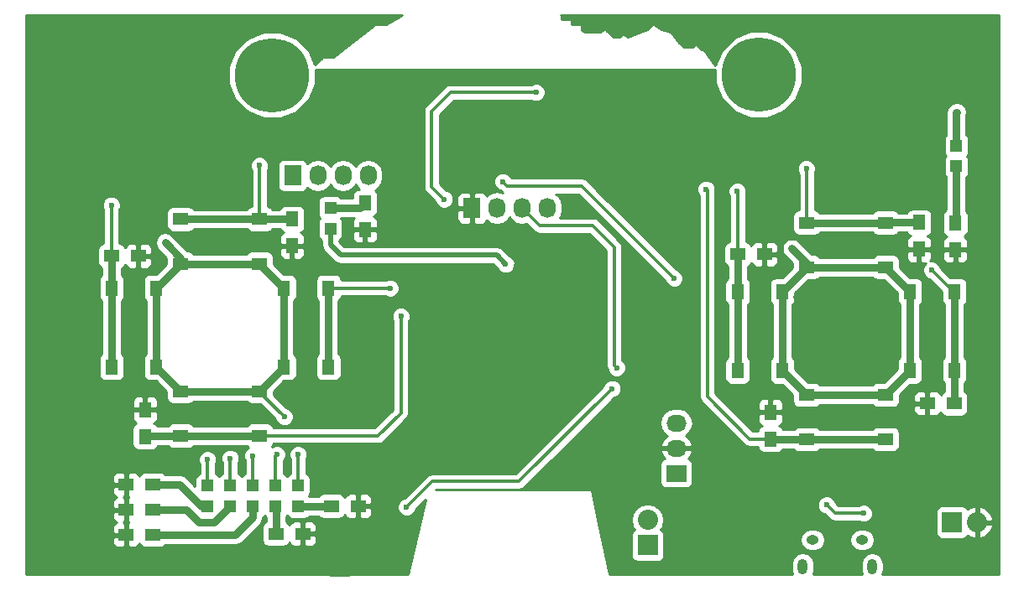
<source format=gtl>
G04 #@! TF.FileFunction,Copper,L1,Top,Signal*
%FSLAX46Y46*%
G04 Gerber Fmt 4.6, Leading zero omitted, Abs format (unit mm)*
G04 Created by KiCad (PCBNEW 4.0.2+e4-6225~38~ubuntu15.10.1-stable) date Thu 13 Oct 2016 11:24:21 SAST*
%MOMM*%
G01*
G04 APERTURE LIST*
%ADD10C,0.100000*%
%ADD11C,7.500000*%
%ADD12R,1.550000X1.300000*%
%ADD13R,1.300000X1.550000*%
%ADD14R,1.727200X2.032000*%
%ADD15O,1.727200X2.032000*%
%ADD16R,1.198880X1.198880*%
%ADD17O,1.250000X0.950000*%
%ADD18O,1.000000X1.550000*%
%ADD19R,2.032000X2.032000*%
%ADD20O,2.032000X2.032000*%
%ADD21R,1.300000X1.500000*%
%ADD22R,1.500000X1.300000*%
%ADD23R,2.032000X1.727200*%
%ADD24O,2.032000X1.727200*%
%ADD25C,0.600000*%
%ADD26C,0.750000*%
%ADD27C,0.500000*%
%ADD28C,0.350000*%
%ADD29C,0.254000*%
G04 APERTURE END LIST*
D10*
D11*
X122402600Y-80899000D03*
D12*
X127254100Y-95832100D03*
X135204100Y-95832100D03*
X127254100Y-100332100D03*
X135204100Y-100332100D03*
D13*
X120279600Y-110756600D03*
X120279600Y-102806600D03*
X124779600Y-110756600D03*
X124779600Y-102806600D03*
D12*
X135191400Y-117718400D03*
X127241400Y-117718400D03*
X135191400Y-113218400D03*
X127241400Y-113218400D03*
D13*
X142153200Y-102806600D03*
X142153200Y-110756600D03*
X137653200Y-102806600D03*
X137653200Y-110756600D03*
D12*
X64097000Y-112862800D03*
X72047000Y-112862800D03*
X64097000Y-117362800D03*
X72047000Y-117362800D03*
D13*
X74508800Y-110401000D03*
X74508800Y-102451000D03*
X79008800Y-110401000D03*
X79008800Y-102451000D03*
D12*
X72047000Y-99989200D03*
X64097000Y-99989200D03*
X72047000Y-95489200D03*
X64097000Y-95489200D03*
D13*
X61635200Y-102451000D03*
X61635200Y-110401000D03*
X57135200Y-102451000D03*
X57135200Y-110401000D03*
D14*
X75387200Y-91084400D03*
D15*
X77927200Y-91084400D03*
X80467200Y-91084400D03*
X83007200Y-91084400D03*
D16*
X79197200Y-96451420D03*
X79197200Y-94353380D03*
X73660000Y-124493020D03*
X73660000Y-122394980D03*
X71374000Y-124493020D03*
X71374000Y-122394980D03*
X69088000Y-124493020D03*
X69088000Y-122394980D03*
X66802000Y-124493020D03*
X66802000Y-122394980D03*
X75946000Y-124493020D03*
X75946000Y-122394980D03*
D17*
X132850900Y-127887460D03*
X127850900Y-127887460D03*
D18*
X133850900Y-130587460D03*
X126850900Y-130587460D03*
D14*
X93472000Y-94361000D03*
D15*
X96012000Y-94361000D03*
X98552000Y-94361000D03*
X101092000Y-94361000D03*
D16*
X142341600Y-90152220D03*
X142341600Y-88054180D03*
D19*
X141900000Y-126100000D03*
D20*
X144440000Y-126100000D03*
D19*
X111201200Y-128422400D03*
D20*
X111201200Y-125882400D03*
D21*
X142240000Y-98581200D03*
X142240000Y-95881200D03*
X82702400Y-96549200D03*
X82702400Y-93849200D03*
D22*
X79295000Y-124460000D03*
X81995000Y-124460000D03*
X61294000Y-122301000D03*
X58594000Y-122301000D03*
X61294000Y-124841000D03*
X58594000Y-124841000D03*
X61294000Y-127381000D03*
X58594000Y-127381000D03*
X73707000Y-127254000D03*
X76407000Y-127254000D03*
D21*
X138582400Y-95830400D03*
X138582400Y-98530400D03*
D22*
X120290600Y-99034600D03*
X122990600Y-99034600D03*
D21*
X123596400Y-117682000D03*
X123596400Y-114982000D03*
D22*
X142116800Y-114096800D03*
X139416800Y-114096800D03*
D21*
X60502800Y-114728000D03*
X60502800Y-117428000D03*
X75336400Y-98174800D03*
X75336400Y-95474800D03*
D22*
X59820800Y-99212400D03*
X57120800Y-99212400D03*
D23*
X114096800Y-121158000D03*
D24*
X114096800Y-118618000D03*
X114096800Y-116078000D03*
D11*
X73317100Y-80937100D03*
D25*
X125750000Y-98450000D03*
X62524640Y-97840800D03*
X74549000Y-115443000D03*
X142392400Y-84683600D03*
X66802000Y-119761000D03*
X75946000Y-119253000D03*
X69088000Y-119634000D03*
X71374000Y-119380000D03*
X73787000Y-119253000D03*
X99949000Y-82677000D03*
X90678000Y-93472000D03*
X122750000Y-103321800D03*
X126250000Y-103321800D03*
X128350000Y-125750000D03*
X79500000Y-129900000D03*
X138600000Y-122400000D03*
X58331100Y-118948200D03*
X106004360Y-100081080D03*
X115722400Y-112649000D03*
X66294000Y-89154000D03*
X81991200Y-109728000D03*
X91338400Y-84836000D03*
X137820400Y-88798400D03*
X96880680Y-100035360D03*
X127203200Y-90373200D03*
X120243600Y-92659200D03*
X117094000Y-92456000D03*
X139852400Y-100634800D03*
X86309200Y-105308400D03*
X85242400Y-102463600D03*
X72034400Y-90068400D03*
X57099200Y-94081600D03*
X96583500Y-91694000D03*
X113855500Y-101473000D03*
X107619800Y-112599200D03*
X86893400Y-124561600D03*
X108077000Y-110490000D03*
X133000000Y-125200000D03*
X129250000Y-124350000D03*
D26*
X127254100Y-100332100D02*
X127254100Y-99954100D01*
X127254100Y-99954100D02*
X125750000Y-98450000D01*
X64097000Y-99989200D02*
X64097000Y-99413160D01*
X64097000Y-99413160D02*
X62524640Y-97840800D01*
D27*
X127254100Y-100332100D02*
X127254100Y-99822100D01*
D28*
X74549000Y-115443000D02*
X72047000Y-112941000D01*
D26*
X127254100Y-100332100D02*
X135204100Y-100332100D01*
D28*
X72047000Y-112941000D02*
X72047000Y-112862800D01*
D26*
X74508800Y-110401000D02*
X74508800Y-102451000D01*
X74508800Y-110401000D02*
X72047000Y-112862800D01*
X64097000Y-99989200D02*
X64097000Y-99403000D01*
X142341600Y-88054180D02*
X142341600Y-84734400D01*
X142341600Y-84734400D02*
X142392400Y-84683600D01*
X61635200Y-102451000D02*
X61635200Y-110401000D01*
X64097000Y-99989200D02*
X61635200Y-102451000D01*
X72047000Y-99989200D02*
X64097000Y-99989200D01*
X74508800Y-102451000D02*
X72047000Y-99989200D01*
X64097000Y-112862800D02*
X72047000Y-112862800D01*
X61635200Y-110401000D02*
X64097000Y-112862800D01*
X137653200Y-110756600D02*
X135191400Y-113218400D01*
X137653200Y-102806600D02*
X137653200Y-110756600D01*
X135204100Y-100332100D02*
X135204100Y-100357500D01*
X135204100Y-100357500D02*
X137653200Y-102806600D01*
X127241400Y-113218400D02*
X135191400Y-113218400D01*
X124779600Y-110756600D02*
X127241400Y-113218400D01*
X124779600Y-102806600D02*
X127254100Y-100332100D01*
X124779600Y-110756600D02*
X124779600Y-102806600D01*
D28*
X66802000Y-119761000D02*
X66802000Y-122394980D01*
X75946000Y-119253000D02*
X75946000Y-122394980D01*
X69088000Y-119634000D02*
X69088000Y-122394980D01*
X71374000Y-119380000D02*
X71374000Y-122394980D01*
X73660000Y-119380000D02*
X73660000Y-122394980D01*
X73787000Y-119253000D02*
X73660000Y-119380000D01*
X91313000Y-82677000D02*
X99949000Y-82677000D01*
X89408000Y-84582000D02*
X91313000Y-82677000D01*
X89408000Y-92202000D02*
X89408000Y-84582000D01*
X90678000Y-93472000D02*
X89408000Y-92202000D01*
D26*
X122750000Y-103321800D02*
X122750000Y-103350000D01*
X126250000Y-103321800D02*
X126250000Y-103350000D01*
D27*
X138600000Y-122400000D02*
X138700000Y-122400000D01*
D26*
X58331100Y-118948200D02*
X58293000Y-118948200D01*
D27*
X81995000Y-124460000D02*
X81995000Y-130501400D01*
X76407000Y-128527800D02*
X76407000Y-127254000D01*
X79248000Y-131368800D02*
X76407000Y-128527800D01*
X81127600Y-131368800D02*
X79248000Y-131368800D01*
X81995000Y-130501400D02*
X81127600Y-131368800D01*
D28*
X91338400Y-84836000D02*
X91338400Y-84886800D01*
D27*
X79197200Y-96451420D02*
X79197200Y-98094800D01*
X95966280Y-99120960D02*
X96880680Y-100035360D01*
X80223360Y-99120960D02*
X95966280Y-99120960D01*
X79197200Y-98094800D02*
X80223360Y-99120960D01*
D26*
X61294000Y-127381000D02*
X69596000Y-127381000D01*
X71374000Y-125603000D02*
X71374000Y-124493020D01*
X69596000Y-127381000D02*
X71374000Y-125603000D01*
X61294000Y-124841000D02*
X64643000Y-124841000D01*
X67470020Y-126111000D02*
X69088000Y-124493020D01*
X65913000Y-126111000D02*
X67470020Y-126111000D01*
X64643000Y-124841000D02*
X65913000Y-126111000D01*
X61294000Y-122301000D02*
X64008000Y-122301000D01*
X66200020Y-124493020D02*
X66802000Y-124493020D01*
X64008000Y-122301000D02*
X66200020Y-124493020D01*
X66768980Y-124460000D02*
X66802000Y-124493020D01*
X142341600Y-90152220D02*
X142341600Y-95779600D01*
X142341600Y-95779600D02*
X142240000Y-95881200D01*
X75946000Y-124493020D02*
X79261980Y-124493020D01*
X79261980Y-124493020D02*
X79295000Y-124460000D01*
X73707000Y-127254000D02*
X73707000Y-124540020D01*
X73707000Y-124540020D02*
X73660000Y-124493020D01*
X79197200Y-94353380D02*
X82198220Y-94353380D01*
X82198220Y-94353380D02*
X82702400Y-93849200D01*
D28*
X127254100Y-90424100D02*
X127254100Y-95832100D01*
X127203200Y-90373200D02*
X127254100Y-90424100D01*
D26*
X135204100Y-95832100D02*
X127254100Y-95832100D01*
X138582400Y-95830400D02*
X135205800Y-95830400D01*
X135205800Y-95830400D02*
X135204100Y-95832100D01*
X138393600Y-95641600D02*
X138531600Y-95779600D01*
D28*
X120290600Y-92706200D02*
X120290600Y-99034600D01*
X120243600Y-92659200D02*
X120290600Y-92706200D01*
D26*
X120279600Y-102806600D02*
X120279600Y-110756600D01*
X120290600Y-99034600D02*
X120290600Y-102795600D01*
X120290600Y-102795600D02*
X120279600Y-102806600D01*
D28*
X121492000Y-117682000D02*
X123596400Y-117682000D01*
D26*
X127241400Y-117718400D02*
X135191400Y-117718400D01*
X123596400Y-117682000D02*
X127205000Y-117682000D01*
X127205000Y-117682000D02*
X127241400Y-117718400D01*
D28*
X117221000Y-113411000D02*
X121492000Y-117682000D01*
X117221000Y-92583000D02*
X117221000Y-113411000D01*
X117094000Y-92456000D02*
X117221000Y-92583000D01*
D26*
X142116800Y-114096800D02*
X142116800Y-110793000D01*
X142153200Y-110756600D02*
X142153200Y-102806600D01*
X142116800Y-110793000D02*
X142153200Y-110756600D01*
D28*
X139852400Y-100634800D02*
X142024200Y-102806600D01*
X142024200Y-102806600D02*
X142153200Y-102806600D01*
X142075000Y-102806600D02*
X142153200Y-102806600D01*
X142153200Y-102681600D02*
X142153200Y-102806600D01*
X72047000Y-117362800D02*
X84008400Y-117362800D01*
X86309200Y-115062000D02*
X86309200Y-105308400D01*
X84008400Y-117362800D02*
X86309200Y-115062000D01*
D26*
X64097000Y-117362800D02*
X60568000Y-117362800D01*
X60568000Y-117362800D02*
X60502800Y-117428000D01*
X72047000Y-117362800D02*
X64097000Y-117362800D01*
D28*
X85229800Y-102451000D02*
X79008800Y-102451000D01*
X85242400Y-102463600D02*
X85229800Y-102451000D01*
D26*
X79008800Y-102451000D02*
X79008800Y-110401000D01*
D28*
X72047000Y-90081000D02*
X72047000Y-95489200D01*
X72034400Y-90068400D02*
X72047000Y-90081000D01*
D26*
X72047000Y-95489200D02*
X64097000Y-95489200D01*
X72047000Y-95489200D02*
X75322000Y-95489200D01*
X75322000Y-95489200D02*
X75336400Y-95474800D01*
D28*
X57120800Y-94103200D02*
X57120800Y-99212400D01*
X57099200Y-94081600D02*
X57120800Y-94103200D01*
D26*
X57135200Y-102451000D02*
X57135200Y-110401000D01*
X57135200Y-102451000D02*
X57135200Y-99226800D01*
X57135200Y-99226800D02*
X57120800Y-99212400D01*
D28*
X96583500Y-91694000D02*
X97040700Y-92151200D01*
X97040700Y-92151200D02*
X104533700Y-92151200D01*
X104533700Y-92151200D02*
X113855500Y-101473000D01*
X89471500Y-121983500D02*
X86893400Y-124561600D01*
X98235500Y-121983500D02*
X89471500Y-121983500D01*
X98235500Y-121983500D02*
X107619800Y-112599200D01*
X100330000Y-96139000D02*
X98552000Y-94361000D01*
X105664000Y-96139000D02*
X100330000Y-96139000D01*
X107823000Y-98298000D02*
X105664000Y-96139000D01*
X107823000Y-110236000D02*
X107823000Y-98298000D01*
X108077000Y-110490000D02*
X107823000Y-110236000D01*
X130100000Y-125200000D02*
X133000000Y-125200000D01*
X129250000Y-124350000D02*
X130100000Y-125200000D01*
D29*
G36*
X84789573Y-75819000D02*
X83807300Y-75819000D01*
X83775481Y-75823051D01*
X83730154Y-75845117D01*
X79446307Y-79121000D01*
X78473300Y-79121000D01*
X78425511Y-79130334D01*
X78383497Y-79158197D01*
X77635652Y-79906042D01*
X77036690Y-78456442D01*
X75804246Y-77221846D01*
X74193157Y-76552863D01*
X72448696Y-76551341D01*
X70836442Y-77217510D01*
X69601846Y-78449954D01*
X68932863Y-80061043D01*
X68931341Y-81805504D01*
X69597510Y-83417758D01*
X70829954Y-84652354D01*
X72441043Y-85321337D01*
X74185504Y-85322859D01*
X75797758Y-84656690D01*
X75872578Y-84582000D01*
X88598000Y-84582000D01*
X88598000Y-92202000D01*
X88659658Y-92511974D01*
X88817259Y-92747840D01*
X88835244Y-92774756D01*
X89760571Y-93700083D01*
X89884883Y-94000943D01*
X90147673Y-94264192D01*
X90491201Y-94406838D01*
X90863167Y-94407162D01*
X91206943Y-94265117D01*
X91470192Y-94002327D01*
X91612838Y-93658799D01*
X91613162Y-93286833D01*
X91585007Y-93218691D01*
X91973400Y-93218691D01*
X91973400Y-94075250D01*
X92132150Y-94234000D01*
X93345000Y-94234000D01*
X93345000Y-92868750D01*
X93599000Y-92868750D01*
X93599000Y-94234000D01*
X93619000Y-94234000D01*
X93619000Y-94488000D01*
X93599000Y-94488000D01*
X93599000Y-95853250D01*
X93757750Y-96012000D01*
X94461910Y-96012000D01*
X94695299Y-95915327D01*
X94873927Y-95736698D01*
X94937500Y-95583220D01*
X94952330Y-95605415D01*
X95438511Y-95930271D01*
X96012000Y-96044345D01*
X96585489Y-95930271D01*
X97071670Y-95605415D01*
X97282000Y-95290634D01*
X97492330Y-95605415D01*
X97978511Y-95930271D01*
X98552000Y-96044345D01*
X99000600Y-95955113D01*
X99757244Y-96711757D01*
X100020027Y-96887343D01*
X100330000Y-96949000D01*
X105328488Y-96949000D01*
X107013000Y-98633513D01*
X107013000Y-110236000D01*
X107074658Y-110545974D01*
X107141863Y-110646553D01*
X107141838Y-110675167D01*
X107283883Y-111018943D01*
X107546673Y-111282192D01*
X107890201Y-111424838D01*
X108262167Y-111425162D01*
X108605943Y-111283117D01*
X108869192Y-111020327D01*
X109011838Y-110676799D01*
X109012162Y-110304833D01*
X108870117Y-109961057D01*
X108633000Y-109723526D01*
X108633000Y-98298000D01*
X108571342Y-97988026D01*
X108470781Y-97837527D01*
X108395756Y-97725243D01*
X106236756Y-95566244D01*
X106121452Y-95489200D01*
X105973974Y-95390658D01*
X105664000Y-95329000D01*
X102336365Y-95329000D01*
X102476526Y-95119234D01*
X102590600Y-94545745D01*
X102590600Y-94176255D01*
X102476526Y-93602766D01*
X102151670Y-93116585D01*
X101919120Y-92961200D01*
X104198188Y-92961200D01*
X112938071Y-101701084D01*
X113062383Y-102001943D01*
X113325173Y-102265192D01*
X113668701Y-102407838D01*
X114040667Y-102408162D01*
X114384443Y-102266117D01*
X114647692Y-102003327D01*
X114790338Y-101659799D01*
X114790662Y-101287833D01*
X114648617Y-100944057D01*
X114385827Y-100680808D01*
X114083129Y-100555116D01*
X106169180Y-92641167D01*
X116158838Y-92641167D01*
X116300883Y-92984943D01*
X116411000Y-93095252D01*
X116411000Y-113411000D01*
X116472658Y-113720974D01*
X116614048Y-113932578D01*
X116648244Y-113983756D01*
X120919243Y-118254756D01*
X121014137Y-118318162D01*
X121182026Y-118430342D01*
X121492000Y-118492000D01*
X122310250Y-118492000D01*
X122343238Y-118667317D01*
X122482310Y-118883441D01*
X122694510Y-119028431D01*
X122946400Y-119079440D01*
X124246400Y-119079440D01*
X124481717Y-119035162D01*
X124697841Y-118896090D01*
X124837290Y-118692000D01*
X125920047Y-118692000D01*
X126002310Y-118819841D01*
X126214510Y-118964831D01*
X126466400Y-119015840D01*
X128016400Y-119015840D01*
X128251717Y-118971562D01*
X128467841Y-118832490D01*
X128538963Y-118728400D01*
X133893469Y-118728400D01*
X133952310Y-118819841D01*
X134164510Y-118964831D01*
X134416400Y-119015840D01*
X135966400Y-119015840D01*
X136201717Y-118971562D01*
X136417841Y-118832490D01*
X136562831Y-118620290D01*
X136613840Y-118368400D01*
X136613840Y-117068400D01*
X136569562Y-116833083D01*
X136430490Y-116616959D01*
X136218290Y-116471969D01*
X135966400Y-116420960D01*
X134416400Y-116420960D01*
X134181083Y-116465238D01*
X133964959Y-116604310D01*
X133893837Y-116708400D01*
X128539331Y-116708400D01*
X128480490Y-116616959D01*
X128268290Y-116471969D01*
X128016400Y-116420960D01*
X126466400Y-116420960D01*
X126231083Y-116465238D01*
X126014959Y-116604310D01*
X125968708Y-116672000D01*
X124833679Y-116672000D01*
X124710490Y-116480559D01*
X124498290Y-116335569D01*
X124464910Y-116328809D01*
X124606099Y-116270327D01*
X124784727Y-116091698D01*
X124881400Y-115858309D01*
X124881400Y-115267750D01*
X124722650Y-115109000D01*
X123723400Y-115109000D01*
X123723400Y-115129000D01*
X123469400Y-115129000D01*
X123469400Y-115109000D01*
X122470150Y-115109000D01*
X122311400Y-115267750D01*
X122311400Y-115858309D01*
X122408073Y-116091698D01*
X122586701Y-116270327D01*
X122722687Y-116326654D01*
X122711083Y-116328838D01*
X122494959Y-116467910D01*
X122349969Y-116680110D01*
X122311110Y-116872000D01*
X121827513Y-116872000D01*
X119061204Y-114105691D01*
X122311400Y-114105691D01*
X122311400Y-114696250D01*
X122470150Y-114855000D01*
X123469400Y-114855000D01*
X123469400Y-113755750D01*
X123723400Y-113755750D01*
X123723400Y-114855000D01*
X124722650Y-114855000D01*
X124881400Y-114696250D01*
X124881400Y-114105691D01*
X124784727Y-113872302D01*
X124606099Y-113693673D01*
X124372710Y-113597000D01*
X123882150Y-113597000D01*
X123723400Y-113755750D01*
X123469400Y-113755750D01*
X123310650Y-113597000D01*
X122820090Y-113597000D01*
X122586701Y-113693673D01*
X122408073Y-113872302D01*
X122311400Y-114105691D01*
X119061204Y-114105691D01*
X118031000Y-113075488D01*
X118031000Y-98384600D01*
X118893160Y-98384600D01*
X118893160Y-99684600D01*
X118937438Y-99919917D01*
X119076510Y-100136041D01*
X119280600Y-100275490D01*
X119280600Y-101501591D01*
X119178159Y-101567510D01*
X119033169Y-101779710D01*
X118982160Y-102031600D01*
X118982160Y-103581600D01*
X119026438Y-103816917D01*
X119165510Y-104033041D01*
X119269600Y-104104163D01*
X119269600Y-109458669D01*
X119178159Y-109517510D01*
X119033169Y-109729710D01*
X118982160Y-109981600D01*
X118982160Y-111531600D01*
X119026438Y-111766917D01*
X119165510Y-111983041D01*
X119377710Y-112128031D01*
X119629600Y-112179040D01*
X120929600Y-112179040D01*
X121164917Y-112134762D01*
X121381041Y-111995690D01*
X121526031Y-111783490D01*
X121577040Y-111531600D01*
X121577040Y-109981600D01*
X121532762Y-109746283D01*
X121393690Y-109530159D01*
X121289600Y-109459037D01*
X121289600Y-104104531D01*
X121381041Y-104045690D01*
X121526031Y-103833490D01*
X121577040Y-103581600D01*
X121577040Y-102031600D01*
X123482160Y-102031600D01*
X123482160Y-103581600D01*
X123526438Y-103816917D01*
X123665510Y-104033041D01*
X123769600Y-104104163D01*
X123769600Y-109458669D01*
X123678159Y-109517510D01*
X123533169Y-109729710D01*
X123482160Y-109981600D01*
X123482160Y-111531600D01*
X123526438Y-111766917D01*
X123665510Y-111983041D01*
X123877710Y-112128031D01*
X124129600Y-112179040D01*
X124773684Y-112179040D01*
X125818960Y-113224316D01*
X125818960Y-113868400D01*
X125863238Y-114103717D01*
X126002310Y-114319841D01*
X126214510Y-114464831D01*
X126466400Y-114515840D01*
X128016400Y-114515840D01*
X128251717Y-114471562D01*
X128467841Y-114332490D01*
X128538963Y-114228400D01*
X133893469Y-114228400D01*
X133952310Y-114319841D01*
X134164510Y-114464831D01*
X134416400Y-114515840D01*
X135966400Y-114515840D01*
X136201717Y-114471562D01*
X136340045Y-114382550D01*
X138031800Y-114382550D01*
X138031800Y-114873110D01*
X138128473Y-115106499D01*
X138307102Y-115285127D01*
X138540491Y-115381800D01*
X139131050Y-115381800D01*
X139289800Y-115223050D01*
X139289800Y-114223800D01*
X138190550Y-114223800D01*
X138031800Y-114382550D01*
X136340045Y-114382550D01*
X136417841Y-114332490D01*
X136562831Y-114120290D01*
X136613840Y-113868400D01*
X136613840Y-113320490D01*
X138031800Y-113320490D01*
X138031800Y-113811050D01*
X138190550Y-113969800D01*
X139289800Y-113969800D01*
X139289800Y-112970550D01*
X139131050Y-112811800D01*
X138540491Y-112811800D01*
X138307102Y-112908473D01*
X138128473Y-113087101D01*
X138031800Y-113320490D01*
X136613840Y-113320490D01*
X136613840Y-113224316D01*
X137659116Y-112179040D01*
X138303200Y-112179040D01*
X138538517Y-112134762D01*
X138754641Y-111995690D01*
X138899631Y-111783490D01*
X138950640Y-111531600D01*
X138950640Y-109981600D01*
X138906362Y-109746283D01*
X138767290Y-109530159D01*
X138663200Y-109459037D01*
X138663200Y-104104531D01*
X138754641Y-104045690D01*
X138899631Y-103833490D01*
X138950640Y-103581600D01*
X138950640Y-102031600D01*
X138906362Y-101796283D01*
X138767290Y-101580159D01*
X138555090Y-101435169D01*
X138303200Y-101384160D01*
X137659116Y-101384160D01*
X136626540Y-100351584D01*
X136626540Y-99682100D01*
X136582262Y-99446783D01*
X136443190Y-99230659D01*
X136230990Y-99085669D01*
X135979100Y-99034660D01*
X134429100Y-99034660D01*
X134193783Y-99078938D01*
X133977659Y-99218010D01*
X133906537Y-99322100D01*
X128552031Y-99322100D01*
X128493190Y-99230659D01*
X128280990Y-99085669D01*
X128029100Y-99034660D01*
X127763016Y-99034660D01*
X127544506Y-98816150D01*
X137297400Y-98816150D01*
X137297400Y-99406709D01*
X137394073Y-99640098D01*
X137572701Y-99818727D01*
X137806090Y-99915400D01*
X138296650Y-99915400D01*
X138455400Y-99756650D01*
X138455400Y-98657400D01*
X138709400Y-98657400D01*
X138709400Y-99756650D01*
X138868150Y-99915400D01*
X139249611Y-99915400D01*
X139060208Y-100104473D01*
X138917562Y-100448001D01*
X138917238Y-100819967D01*
X139059283Y-101163743D01*
X139322073Y-101426992D01*
X139624772Y-101552684D01*
X140855760Y-102783673D01*
X140855760Y-103581600D01*
X140900038Y-103816917D01*
X141039110Y-104033041D01*
X141143200Y-104104163D01*
X141143200Y-109458669D01*
X141051759Y-109517510D01*
X140906769Y-109729710D01*
X140855760Y-109981600D01*
X140855760Y-111531600D01*
X140900038Y-111766917D01*
X141039110Y-111983041D01*
X141106800Y-112029292D01*
X141106800Y-112859521D01*
X140915359Y-112982710D01*
X140770369Y-113194910D01*
X140763609Y-113228290D01*
X140705127Y-113087101D01*
X140526498Y-112908473D01*
X140293109Y-112811800D01*
X139702550Y-112811800D01*
X139543800Y-112970550D01*
X139543800Y-113969800D01*
X139563800Y-113969800D01*
X139563800Y-114223800D01*
X139543800Y-114223800D01*
X139543800Y-115223050D01*
X139702550Y-115381800D01*
X140293109Y-115381800D01*
X140526498Y-115285127D01*
X140705127Y-115106499D01*
X140761454Y-114970513D01*
X140763638Y-114982117D01*
X140902710Y-115198241D01*
X141114910Y-115343231D01*
X141366800Y-115394240D01*
X142866800Y-115394240D01*
X143102117Y-115349962D01*
X143318241Y-115210890D01*
X143463231Y-114998690D01*
X143514240Y-114746800D01*
X143514240Y-113446800D01*
X143469962Y-113211483D01*
X143330890Y-112995359D01*
X143126800Y-112855910D01*
X143126800Y-112077953D01*
X143254641Y-111995690D01*
X143399631Y-111783490D01*
X143450640Y-111531600D01*
X143450640Y-109981600D01*
X143406362Y-109746283D01*
X143267290Y-109530159D01*
X143163200Y-109459037D01*
X143163200Y-104104531D01*
X143254641Y-104045690D01*
X143399631Y-103833490D01*
X143450640Y-103581600D01*
X143450640Y-102031600D01*
X143406362Y-101796283D01*
X143267290Y-101580159D01*
X143055090Y-101435169D01*
X142803200Y-101384160D01*
X141747273Y-101384160D01*
X140769830Y-100406718D01*
X140645517Y-100105857D01*
X140382727Y-99842608D01*
X140039199Y-99699962D01*
X139711149Y-99699676D01*
X139770727Y-99640098D01*
X139867400Y-99406709D01*
X139867400Y-98866950D01*
X140955000Y-98866950D01*
X140955000Y-99457509D01*
X141051673Y-99690898D01*
X141230301Y-99869527D01*
X141463690Y-99966200D01*
X141954250Y-99966200D01*
X142113000Y-99807450D01*
X142113000Y-98708200D01*
X142367000Y-98708200D01*
X142367000Y-99807450D01*
X142525750Y-99966200D01*
X143016310Y-99966200D01*
X143249699Y-99869527D01*
X143428327Y-99690898D01*
X143525000Y-99457509D01*
X143525000Y-98866950D01*
X143366250Y-98708200D01*
X142367000Y-98708200D01*
X142113000Y-98708200D01*
X141113750Y-98708200D01*
X140955000Y-98866950D01*
X139867400Y-98866950D01*
X139867400Y-98816150D01*
X139708650Y-98657400D01*
X138709400Y-98657400D01*
X138455400Y-98657400D01*
X137456150Y-98657400D01*
X137297400Y-98816150D01*
X127544506Y-98816150D01*
X126464178Y-97735822D01*
X126136510Y-97516882D01*
X125750000Y-97440000D01*
X125363490Y-97516882D01*
X125035822Y-97735822D01*
X124816882Y-98063490D01*
X124740000Y-98450000D01*
X124816882Y-98836510D01*
X125035822Y-99164178D01*
X125831660Y-99960016D01*
X125831660Y-100326184D01*
X124773684Y-101384160D01*
X124129600Y-101384160D01*
X123894283Y-101428438D01*
X123678159Y-101567510D01*
X123533169Y-101779710D01*
X123482160Y-102031600D01*
X121577040Y-102031600D01*
X121532762Y-101796283D01*
X121393690Y-101580159D01*
X121300600Y-101516553D01*
X121300600Y-100271879D01*
X121492041Y-100148690D01*
X121637031Y-99936490D01*
X121643791Y-99903110D01*
X121702273Y-100044299D01*
X121880902Y-100222927D01*
X122114291Y-100319600D01*
X122704850Y-100319600D01*
X122863600Y-100160850D01*
X122863600Y-99161600D01*
X123117600Y-99161600D01*
X123117600Y-100160850D01*
X123276350Y-100319600D01*
X123866909Y-100319600D01*
X124100298Y-100222927D01*
X124278927Y-100044299D01*
X124375600Y-99810910D01*
X124375600Y-99320350D01*
X124216850Y-99161600D01*
X123117600Y-99161600D01*
X122863600Y-99161600D01*
X122843600Y-99161600D01*
X122843600Y-98907600D01*
X122863600Y-98907600D01*
X122863600Y-97908350D01*
X123117600Y-97908350D01*
X123117600Y-98907600D01*
X124216850Y-98907600D01*
X124375600Y-98748850D01*
X124375600Y-98258290D01*
X124278927Y-98024901D01*
X124100298Y-97846273D01*
X123866909Y-97749600D01*
X123276350Y-97749600D01*
X123117600Y-97908350D01*
X122863600Y-97908350D01*
X122704850Y-97749600D01*
X122114291Y-97749600D01*
X121880902Y-97846273D01*
X121702273Y-98024901D01*
X121645946Y-98160887D01*
X121643762Y-98149283D01*
X121504690Y-97933159D01*
X121292490Y-97788169D01*
X121100600Y-97749310D01*
X121100600Y-95182100D01*
X125831660Y-95182100D01*
X125831660Y-96482100D01*
X125875938Y-96717417D01*
X126015010Y-96933541D01*
X126227210Y-97078531D01*
X126479100Y-97129540D01*
X128029100Y-97129540D01*
X128264417Y-97085262D01*
X128480541Y-96946190D01*
X128551663Y-96842100D01*
X133906169Y-96842100D01*
X133965010Y-96933541D01*
X134177210Y-97078531D01*
X134429100Y-97129540D01*
X135979100Y-97129540D01*
X136214417Y-97085262D01*
X136430541Y-96946190D01*
X136502824Y-96840400D01*
X137345121Y-96840400D01*
X137468310Y-97031841D01*
X137680510Y-97176831D01*
X137713890Y-97183591D01*
X137572701Y-97242073D01*
X137394073Y-97420702D01*
X137297400Y-97654091D01*
X137297400Y-98244650D01*
X137456150Y-98403400D01*
X138455400Y-98403400D01*
X138455400Y-98383400D01*
X138709400Y-98383400D01*
X138709400Y-98403400D01*
X139708650Y-98403400D01*
X139867400Y-98244650D01*
X139867400Y-97654091D01*
X139770727Y-97420702D01*
X139592099Y-97242073D01*
X139456113Y-97185746D01*
X139467717Y-97183562D01*
X139683841Y-97044490D01*
X139828831Y-96832290D01*
X139879840Y-96580400D01*
X139879840Y-95131200D01*
X140942560Y-95131200D01*
X140942560Y-96631200D01*
X140986838Y-96866517D01*
X141125910Y-97082641D01*
X141338110Y-97227631D01*
X141371490Y-97234391D01*
X141230301Y-97292873D01*
X141051673Y-97471502D01*
X140955000Y-97704891D01*
X140955000Y-98295450D01*
X141113750Y-98454200D01*
X142113000Y-98454200D01*
X142113000Y-98434200D01*
X142367000Y-98434200D01*
X142367000Y-98454200D01*
X143366250Y-98454200D01*
X143525000Y-98295450D01*
X143525000Y-97704891D01*
X143428327Y-97471502D01*
X143249699Y-97292873D01*
X143113713Y-97236546D01*
X143125317Y-97234362D01*
X143341441Y-97095290D01*
X143486431Y-96883090D01*
X143537440Y-96631200D01*
X143537440Y-95131200D01*
X143493162Y-94895883D01*
X143354090Y-94679759D01*
X143351600Y-94678058D01*
X143351600Y-91242056D01*
X143392481Y-91215750D01*
X143537471Y-91003550D01*
X143588480Y-90751660D01*
X143588480Y-89552780D01*
X143544202Y-89317463D01*
X143405130Y-89101339D01*
X143404133Y-89100657D01*
X143537471Y-88905510D01*
X143588480Y-88653620D01*
X143588480Y-87454740D01*
X143544202Y-87219423D01*
X143405130Y-87003299D01*
X143351600Y-86966724D01*
X143351600Y-84938988D01*
X143402400Y-84683600D01*
X143325518Y-84297090D01*
X143106578Y-83969422D01*
X142778910Y-83750482D01*
X142392400Y-83673600D01*
X142005890Y-83750482D01*
X141678222Y-83969422D01*
X141627422Y-84020222D01*
X141408482Y-84347890D01*
X141331600Y-84734400D01*
X141331600Y-86964344D01*
X141290719Y-86990650D01*
X141145729Y-87202850D01*
X141094720Y-87454740D01*
X141094720Y-88653620D01*
X141138998Y-88888937D01*
X141278070Y-89105061D01*
X141279067Y-89105743D01*
X141145729Y-89300890D01*
X141094720Y-89552780D01*
X141094720Y-90751660D01*
X141138998Y-90986977D01*
X141278070Y-91203101D01*
X141331600Y-91239676D01*
X141331600Y-94542892D01*
X141138559Y-94667110D01*
X140993569Y-94879310D01*
X140942560Y-95131200D01*
X139879840Y-95131200D01*
X139879840Y-95080400D01*
X139835562Y-94845083D01*
X139696490Y-94628959D01*
X139484290Y-94483969D01*
X139232400Y-94432960D01*
X137932400Y-94432960D01*
X137697083Y-94477238D01*
X137480959Y-94616310D01*
X137341510Y-94820400D01*
X136500937Y-94820400D01*
X136443190Y-94730659D01*
X136230990Y-94585669D01*
X135979100Y-94534660D01*
X134429100Y-94534660D01*
X134193783Y-94578938D01*
X133977659Y-94718010D01*
X133906537Y-94822100D01*
X128552031Y-94822100D01*
X128493190Y-94730659D01*
X128280990Y-94585669D01*
X128064100Y-94541748D01*
X128064100Y-90738061D01*
X128138038Y-90559999D01*
X128138362Y-90188033D01*
X127996317Y-89844257D01*
X127733527Y-89581008D01*
X127389999Y-89438362D01*
X127018033Y-89438038D01*
X126674257Y-89580083D01*
X126411008Y-89842873D01*
X126268362Y-90186401D01*
X126268038Y-90558367D01*
X126410083Y-90902143D01*
X126444100Y-90936219D01*
X126444100Y-94541246D01*
X126243783Y-94578938D01*
X126027659Y-94718010D01*
X125882669Y-94930210D01*
X125831660Y-95182100D01*
X121100600Y-95182100D01*
X121100600Y-93033453D01*
X121178438Y-92845999D01*
X121178762Y-92474033D01*
X121036717Y-92130257D01*
X120773927Y-91867008D01*
X120430399Y-91724362D01*
X120058433Y-91724038D01*
X119714657Y-91866083D01*
X119451408Y-92128873D01*
X119308762Y-92472401D01*
X119308438Y-92844367D01*
X119450483Y-93188143D01*
X119480600Y-93218313D01*
X119480600Y-97748450D01*
X119305283Y-97781438D01*
X119089159Y-97920510D01*
X118944169Y-98132710D01*
X118893160Y-98384600D01*
X118031000Y-98384600D01*
X118031000Y-92583000D01*
X118028899Y-92572439D01*
X118029162Y-92270833D01*
X117887117Y-91927057D01*
X117624327Y-91663808D01*
X117280799Y-91521162D01*
X116908833Y-91520838D01*
X116565057Y-91662883D01*
X116301808Y-91925673D01*
X116159162Y-92269201D01*
X116158838Y-92641167D01*
X106169180Y-92641167D01*
X105106456Y-91578444D01*
X105106455Y-91578443D01*
X104843674Y-91402858D01*
X104533700Y-91341200D01*
X97449398Y-91341200D01*
X97376617Y-91165057D01*
X97113827Y-90901808D01*
X96770299Y-90759162D01*
X96398333Y-90758838D01*
X96054557Y-90900883D01*
X95791308Y-91163673D01*
X95648662Y-91507201D01*
X95648338Y-91879167D01*
X95790383Y-92222943D01*
X96053173Y-92486192D01*
X96355871Y-92611884D01*
X96467943Y-92723956D01*
X96543971Y-92774756D01*
X96562542Y-92787165D01*
X96012000Y-92677655D01*
X95438511Y-92791729D01*
X94952330Y-93116585D01*
X94937500Y-93138780D01*
X94873927Y-92985302D01*
X94695299Y-92806673D01*
X94461910Y-92710000D01*
X93757750Y-92710000D01*
X93599000Y-92868750D01*
X93345000Y-92868750D01*
X93186250Y-92710000D01*
X92482090Y-92710000D01*
X92248701Y-92806673D01*
X92070073Y-92985302D01*
X91973400Y-93218691D01*
X91585007Y-93218691D01*
X91471117Y-92943057D01*
X91208327Y-92679808D01*
X90905629Y-92554116D01*
X90218000Y-91866488D01*
X90218000Y-84917512D01*
X91648513Y-83487000D01*
X99461559Y-83487000D01*
X99762201Y-83611838D01*
X100134167Y-83612162D01*
X100477943Y-83470117D01*
X100741192Y-83207327D01*
X100883838Y-82863799D01*
X100884162Y-82491833D01*
X100742117Y-82148057D01*
X100479327Y-81884808D01*
X100135799Y-81742162D01*
X99763833Y-81741838D01*
X99460917Y-81867000D01*
X91313000Y-81867000D01*
X91140897Y-81901234D01*
X91003027Y-81928657D01*
X90740244Y-82104243D01*
X88835244Y-84009244D01*
X88659658Y-84272026D01*
X88598000Y-84582000D01*
X75872578Y-84582000D01*
X77032354Y-83424246D01*
X77701337Y-81813157D01*
X77702578Y-80391000D01*
X118018042Y-80391000D01*
X118016841Y-81767404D01*
X118683010Y-83379658D01*
X119915454Y-84614254D01*
X121526543Y-85283237D01*
X123271004Y-85284759D01*
X124883258Y-84618590D01*
X126117854Y-83386146D01*
X126786837Y-81775057D01*
X126788359Y-80030596D01*
X126122190Y-78418342D01*
X124889746Y-77183746D01*
X123278657Y-76514763D01*
X121534196Y-76513241D01*
X119921942Y-77179410D01*
X118687346Y-78411854D01*
X118041458Y-79967323D01*
X116930644Y-78412183D01*
X116876710Y-78369006D01*
X116827300Y-78359000D01*
X116625906Y-78359000D01*
X116155103Y-77888197D01*
X116116322Y-77861700D01*
X116067054Y-77851012D01*
X116017511Y-77860334D01*
X115975497Y-77888197D01*
X115758694Y-78105000D01*
X114847906Y-78105000D01*
X114383482Y-77640576D01*
X113626900Y-76631800D01*
X113601610Y-76606483D01*
X113556102Y-76584792D01*
X112561443Y-76336127D01*
X111817747Y-75840330D01*
X111749054Y-75819012D01*
X111699511Y-75828334D01*
X111657497Y-75856197D01*
X111168949Y-76344745D01*
X109214561Y-77077641D01*
X108756096Y-76848408D01*
X108701054Y-76835012D01*
X108651511Y-76844334D01*
X108609497Y-76872197D01*
X108392694Y-77089000D01*
X107735906Y-77089000D01*
X107011103Y-76364197D01*
X106963122Y-76334084D01*
X106913172Y-76327260D01*
X106864504Y-76340408D01*
X106383320Y-76581000D01*
X104919280Y-76581000D01*
X104508300Y-76375510D01*
X104508300Y-75946000D01*
X104499615Y-75899841D01*
X104472335Y-75857447D01*
X104430710Y-75829006D01*
X104381300Y-75819000D01*
X103492300Y-75819000D01*
X103492300Y-75438000D01*
X103483615Y-75391841D01*
X103456335Y-75349447D01*
X103414710Y-75321006D01*
X103365300Y-75311000D01*
X102476300Y-75311000D01*
X102476300Y-74930000D01*
X102467615Y-74883841D01*
X102452274Y-74860000D01*
X146590000Y-74860000D01*
X146590000Y-131340000D01*
X134889099Y-131340000D01*
X134899503Y-131324430D01*
X134985900Y-130890084D01*
X134985900Y-130284836D01*
X134899503Y-129850490D01*
X134653466Y-129482270D01*
X134285246Y-129236233D01*
X133850900Y-129149836D01*
X133416554Y-129236233D01*
X133048334Y-129482270D01*
X132802297Y-129850490D01*
X132715900Y-130284836D01*
X132715900Y-130890084D01*
X132802297Y-131324430D01*
X132812701Y-131340000D01*
X127889099Y-131340000D01*
X127899503Y-131324430D01*
X127985900Y-130890084D01*
X127985900Y-130284836D01*
X127899503Y-129850490D01*
X127653466Y-129482270D01*
X127285246Y-129236233D01*
X126850900Y-129149836D01*
X126416554Y-129236233D01*
X126048334Y-129482270D01*
X125802297Y-129850490D01*
X125715900Y-130284836D01*
X125715900Y-130890084D01*
X125802297Y-131324430D01*
X125812701Y-131340000D01*
X107357016Y-131340000D01*
X106176995Y-125882400D01*
X109517855Y-125882400D01*
X109643530Y-126514210D01*
X109870699Y-126854192D01*
X109733759Y-126942310D01*
X109588769Y-127154510D01*
X109537760Y-127406400D01*
X109537760Y-129438400D01*
X109582038Y-129673717D01*
X109721110Y-129889841D01*
X109933310Y-130034831D01*
X110185200Y-130085840D01*
X112217200Y-130085840D01*
X112452517Y-130041562D01*
X112668641Y-129902490D01*
X112813631Y-129690290D01*
X112864640Y-129438400D01*
X112864640Y-127887460D01*
X126566215Y-127887460D01*
X126650709Y-128312239D01*
X126891326Y-128672349D01*
X127251436Y-128912966D01*
X127676215Y-128997460D01*
X128025585Y-128997460D01*
X128450364Y-128912966D01*
X128810474Y-128672349D01*
X129051091Y-128312239D01*
X129135585Y-127887460D01*
X131566215Y-127887460D01*
X131650709Y-128312239D01*
X131891326Y-128672349D01*
X132251436Y-128912966D01*
X132676215Y-128997460D01*
X133025585Y-128997460D01*
X133450364Y-128912966D01*
X133810474Y-128672349D01*
X134051091Y-128312239D01*
X134135585Y-127887460D01*
X134051091Y-127462681D01*
X133810474Y-127102571D01*
X133450364Y-126861954D01*
X133025585Y-126777460D01*
X132676215Y-126777460D01*
X132251436Y-126861954D01*
X131891326Y-127102571D01*
X131650709Y-127462681D01*
X131566215Y-127887460D01*
X129135585Y-127887460D01*
X129051091Y-127462681D01*
X128810474Y-127102571D01*
X128450364Y-126861954D01*
X128025585Y-126777460D01*
X127676215Y-126777460D01*
X127251436Y-126861954D01*
X126891326Y-127102571D01*
X126650709Y-127462681D01*
X126566215Y-127887460D01*
X112864640Y-127887460D01*
X112864640Y-127406400D01*
X112820362Y-127171083D01*
X112681290Y-126954959D01*
X112532363Y-126853202D01*
X112758870Y-126514210D01*
X112884545Y-125882400D01*
X112758870Y-125250590D01*
X112400978Y-124714967D01*
X112131889Y-124535167D01*
X128314838Y-124535167D01*
X128456883Y-124878943D01*
X128719673Y-125142192D01*
X129022372Y-125267884D01*
X129527244Y-125772757D01*
X129790027Y-125948343D01*
X130100000Y-126010000D01*
X132512559Y-126010000D01*
X132813201Y-126134838D01*
X133185167Y-126135162D01*
X133528943Y-125993117D01*
X133792192Y-125730327D01*
X133934838Y-125386799D01*
X133935101Y-125084000D01*
X140236560Y-125084000D01*
X140236560Y-127116000D01*
X140280838Y-127351317D01*
X140419910Y-127567441D01*
X140632110Y-127712431D01*
X140884000Y-127763440D01*
X142916000Y-127763440D01*
X143151317Y-127719162D01*
X143367441Y-127580090D01*
X143478840Y-127417052D01*
X143575182Y-127506385D01*
X144057056Y-127705975D01*
X144313000Y-127586836D01*
X144313000Y-126227000D01*
X144567000Y-126227000D01*
X144567000Y-127586836D01*
X144822944Y-127705975D01*
X145304818Y-127506385D01*
X145777188Y-127068379D01*
X146045983Y-126482946D01*
X145927367Y-126227000D01*
X144567000Y-126227000D01*
X144313000Y-126227000D01*
X144293000Y-126227000D01*
X144293000Y-125973000D01*
X144313000Y-125973000D01*
X144313000Y-124613164D01*
X144567000Y-124613164D01*
X144567000Y-125973000D01*
X145927367Y-125973000D01*
X146045983Y-125717054D01*
X145777188Y-125131621D01*
X145304818Y-124693615D01*
X144822944Y-124494025D01*
X144567000Y-124613164D01*
X144313000Y-124613164D01*
X144057056Y-124494025D01*
X143575182Y-124693615D01*
X143477602Y-124784097D01*
X143380090Y-124632559D01*
X143167890Y-124487569D01*
X142916000Y-124436560D01*
X140884000Y-124436560D01*
X140648683Y-124480838D01*
X140432559Y-124619910D01*
X140287569Y-124832110D01*
X140236560Y-125084000D01*
X133935101Y-125084000D01*
X133935162Y-125014833D01*
X133793117Y-124671057D01*
X133530327Y-124407808D01*
X133186799Y-124265162D01*
X132814833Y-124264838D01*
X132511917Y-124390000D01*
X130435513Y-124390000D01*
X130167430Y-124121917D01*
X130043117Y-123821057D01*
X129780327Y-123557808D01*
X129436799Y-123415162D01*
X129064833Y-123414838D01*
X128721057Y-123556883D01*
X128457808Y-123819673D01*
X128315162Y-124163201D01*
X128314838Y-124535167D01*
X112131889Y-124535167D01*
X111865355Y-124357075D01*
X111233545Y-124231400D01*
X111168855Y-124231400D01*
X110537045Y-124357075D01*
X110001422Y-124714967D01*
X109643530Y-125250590D01*
X109517855Y-125882400D01*
X106176995Y-125882400D01*
X105534132Y-122909161D01*
X105501035Y-122847447D01*
X105459410Y-122819006D01*
X105410000Y-122809000D01*
X89791513Y-122809000D01*
X89807013Y-122793500D01*
X98235500Y-122793500D01*
X98545474Y-122731842D01*
X98808256Y-122556256D01*
X101070112Y-120294400D01*
X112433360Y-120294400D01*
X112433360Y-122021600D01*
X112477638Y-122256917D01*
X112616710Y-122473041D01*
X112828910Y-122618031D01*
X113080800Y-122669040D01*
X115112800Y-122669040D01*
X115348117Y-122624762D01*
X115564241Y-122485690D01*
X115709231Y-122273490D01*
X115760240Y-122021600D01*
X115760240Y-120294400D01*
X115715962Y-120059083D01*
X115576890Y-119842959D01*
X115364690Y-119697969D01*
X115269873Y-119678768D01*
X115447532Y-119520036D01*
X115701509Y-118992791D01*
X115704158Y-118977026D01*
X115583017Y-118745000D01*
X114223800Y-118745000D01*
X114223800Y-118765000D01*
X113969800Y-118765000D01*
X113969800Y-118745000D01*
X112610583Y-118745000D01*
X112489442Y-118977026D01*
X112492091Y-118992791D01*
X112746068Y-119520036D01*
X112921645Y-119676907D01*
X112845483Y-119691238D01*
X112629359Y-119830310D01*
X112484369Y-120042510D01*
X112433360Y-120294400D01*
X101070112Y-120294400D01*
X105286512Y-116078000D01*
X112413455Y-116078000D01*
X112527529Y-116651489D01*
X112852385Y-117137670D01*
X113161869Y-117344461D01*
X112746068Y-117715964D01*
X112492091Y-118243209D01*
X112489442Y-118258974D01*
X112610583Y-118491000D01*
X113969800Y-118491000D01*
X113969800Y-118471000D01*
X114223800Y-118471000D01*
X114223800Y-118491000D01*
X115583017Y-118491000D01*
X115704158Y-118258974D01*
X115701509Y-118243209D01*
X115447532Y-117715964D01*
X115031731Y-117344461D01*
X115341215Y-117137670D01*
X115666071Y-116651489D01*
X115780145Y-116078000D01*
X115666071Y-115504511D01*
X115341215Y-115018330D01*
X114855034Y-114693474D01*
X114281545Y-114579400D01*
X113912055Y-114579400D01*
X113338566Y-114693474D01*
X112852385Y-115018330D01*
X112527529Y-115504511D01*
X112413455Y-116078000D01*
X105286512Y-116078000D01*
X107847884Y-113516629D01*
X108148743Y-113392317D01*
X108411992Y-113129527D01*
X108554638Y-112785999D01*
X108554962Y-112414033D01*
X108412917Y-112070257D01*
X108150127Y-111807008D01*
X107806599Y-111664362D01*
X107434633Y-111664038D01*
X107090857Y-111806083D01*
X106827608Y-112068873D01*
X106701916Y-112371571D01*
X97899988Y-121173500D01*
X89471500Y-121173500D01*
X89161526Y-121235158D01*
X89056271Y-121305488D01*
X88898744Y-121410743D01*
X86665318Y-123644170D01*
X86364457Y-123768483D01*
X86101208Y-124031273D01*
X85958562Y-124374801D01*
X85958238Y-124746767D01*
X86100283Y-125090543D01*
X86363073Y-125353792D01*
X86706601Y-125496438D01*
X87078567Y-125496762D01*
X87422343Y-125354717D01*
X87685592Y-125091927D01*
X87811284Y-124789228D01*
X88817191Y-123783321D01*
X86979080Y-131340000D01*
X48460000Y-131340000D01*
X48460000Y-127666750D01*
X57209000Y-127666750D01*
X57209000Y-128157310D01*
X57305673Y-128390699D01*
X57484302Y-128569327D01*
X57717691Y-128666000D01*
X58308250Y-128666000D01*
X58467000Y-128507250D01*
X58467000Y-127508000D01*
X57367750Y-127508000D01*
X57209000Y-127666750D01*
X48460000Y-127666750D01*
X48460000Y-125126750D01*
X57209000Y-125126750D01*
X57209000Y-125617310D01*
X57305673Y-125850699D01*
X57484302Y-126029327D01*
X57681478Y-126111000D01*
X57484302Y-126192673D01*
X57305673Y-126371301D01*
X57209000Y-126604690D01*
X57209000Y-127095250D01*
X57367750Y-127254000D01*
X58467000Y-127254000D01*
X58467000Y-126254750D01*
X58323250Y-126111000D01*
X58467000Y-125967250D01*
X58467000Y-124968000D01*
X57367750Y-124968000D01*
X57209000Y-125126750D01*
X48460000Y-125126750D01*
X48460000Y-122586750D01*
X57209000Y-122586750D01*
X57209000Y-123077310D01*
X57305673Y-123310699D01*
X57484302Y-123489327D01*
X57681478Y-123571000D01*
X57484302Y-123652673D01*
X57305673Y-123831301D01*
X57209000Y-124064690D01*
X57209000Y-124555250D01*
X57367750Y-124714000D01*
X58467000Y-124714000D01*
X58467000Y-123714750D01*
X58323250Y-123571000D01*
X58467000Y-123427250D01*
X58467000Y-122428000D01*
X57367750Y-122428000D01*
X57209000Y-122586750D01*
X48460000Y-122586750D01*
X48460000Y-121524690D01*
X57209000Y-121524690D01*
X57209000Y-122015250D01*
X57367750Y-122174000D01*
X58467000Y-122174000D01*
X58467000Y-121174750D01*
X58721000Y-121174750D01*
X58721000Y-122174000D01*
X58741000Y-122174000D01*
X58741000Y-122428000D01*
X58721000Y-122428000D01*
X58721000Y-123427250D01*
X58864750Y-123571000D01*
X58721000Y-123714750D01*
X58721000Y-124714000D01*
X58741000Y-124714000D01*
X58741000Y-124968000D01*
X58721000Y-124968000D01*
X58721000Y-125967250D01*
X58864750Y-126111000D01*
X58721000Y-126254750D01*
X58721000Y-127254000D01*
X58741000Y-127254000D01*
X58741000Y-127508000D01*
X58721000Y-127508000D01*
X58721000Y-128507250D01*
X58879750Y-128666000D01*
X59470309Y-128666000D01*
X59703698Y-128569327D01*
X59882327Y-128390699D01*
X59938654Y-128254713D01*
X59940838Y-128266317D01*
X60079910Y-128482441D01*
X60292110Y-128627431D01*
X60544000Y-128678440D01*
X62044000Y-128678440D01*
X62279317Y-128634162D01*
X62495441Y-128495090D01*
X62566563Y-128391000D01*
X69596000Y-128391000D01*
X69982510Y-128314118D01*
X70310178Y-128095178D01*
X72088178Y-126317178D01*
X72307118Y-125989510D01*
X72384000Y-125603000D01*
X72384000Y-125582856D01*
X72424881Y-125556550D01*
X72517440Y-125421085D01*
X72596470Y-125543901D01*
X72697000Y-125612590D01*
X72697000Y-126016721D01*
X72505559Y-126139910D01*
X72360569Y-126352110D01*
X72309560Y-126604000D01*
X72309560Y-127904000D01*
X72353838Y-128139317D01*
X72492910Y-128355441D01*
X72705110Y-128500431D01*
X72957000Y-128551440D01*
X74457000Y-128551440D01*
X74692317Y-128507162D01*
X74908441Y-128368090D01*
X75053431Y-128155890D01*
X75060191Y-128122510D01*
X75118673Y-128263699D01*
X75297302Y-128442327D01*
X75530691Y-128539000D01*
X76121250Y-128539000D01*
X76280000Y-128380250D01*
X76280000Y-127381000D01*
X76534000Y-127381000D01*
X76534000Y-128380250D01*
X76692750Y-128539000D01*
X77283309Y-128539000D01*
X77516698Y-128442327D01*
X77695327Y-128263699D01*
X77792000Y-128030310D01*
X77792000Y-127539750D01*
X77633250Y-127381000D01*
X76534000Y-127381000D01*
X76280000Y-127381000D01*
X76260000Y-127381000D01*
X76260000Y-127127000D01*
X76280000Y-127127000D01*
X76280000Y-126127750D01*
X76534000Y-126127750D01*
X76534000Y-127127000D01*
X77633250Y-127127000D01*
X77792000Y-126968250D01*
X77792000Y-126477690D01*
X77695327Y-126244301D01*
X77516698Y-126065673D01*
X77283309Y-125969000D01*
X76692750Y-125969000D01*
X76534000Y-126127750D01*
X76280000Y-126127750D01*
X76121250Y-125969000D01*
X75530691Y-125969000D01*
X75297302Y-126065673D01*
X75118673Y-126244301D01*
X75062346Y-126380287D01*
X75060162Y-126368683D01*
X74921090Y-126152559D01*
X74717000Y-126013110D01*
X74717000Y-125547595D01*
X74803440Y-125421085D01*
X74882470Y-125543901D01*
X75094670Y-125688891D01*
X75346560Y-125739900D01*
X76545440Y-125739900D01*
X76780757Y-125695622D01*
X76996881Y-125556550D01*
X77033456Y-125503020D01*
X78043317Y-125503020D01*
X78080910Y-125561441D01*
X78293110Y-125706431D01*
X78545000Y-125757440D01*
X80045000Y-125757440D01*
X80280317Y-125713162D01*
X80496441Y-125574090D01*
X80641431Y-125361890D01*
X80648191Y-125328510D01*
X80706673Y-125469699D01*
X80885302Y-125648327D01*
X81118691Y-125745000D01*
X81709250Y-125745000D01*
X81868000Y-125586250D01*
X81868000Y-124587000D01*
X82122000Y-124587000D01*
X82122000Y-125586250D01*
X82280750Y-125745000D01*
X82871309Y-125745000D01*
X83104698Y-125648327D01*
X83283327Y-125469699D01*
X83380000Y-125236310D01*
X83380000Y-124745750D01*
X83221250Y-124587000D01*
X82122000Y-124587000D01*
X81868000Y-124587000D01*
X81848000Y-124587000D01*
X81848000Y-124333000D01*
X81868000Y-124333000D01*
X81868000Y-123333750D01*
X82122000Y-123333750D01*
X82122000Y-124333000D01*
X83221250Y-124333000D01*
X83380000Y-124174250D01*
X83380000Y-123683690D01*
X83283327Y-123450301D01*
X83104698Y-123271673D01*
X82871309Y-123175000D01*
X82280750Y-123175000D01*
X82122000Y-123333750D01*
X81868000Y-123333750D01*
X81709250Y-123175000D01*
X81118691Y-123175000D01*
X80885302Y-123271673D01*
X80706673Y-123450301D01*
X80650346Y-123586287D01*
X80648162Y-123574683D01*
X80509090Y-123358559D01*
X80296890Y-123213569D01*
X80045000Y-123162560D01*
X78545000Y-123162560D01*
X78309683Y-123206838D01*
X78093559Y-123345910D01*
X77999876Y-123483020D01*
X77035836Y-123483020D01*
X77009530Y-123442139D01*
X77008533Y-123441457D01*
X77141871Y-123246310D01*
X77192880Y-122994420D01*
X77192880Y-121795540D01*
X77148602Y-121560223D01*
X77009530Y-121344099D01*
X76797330Y-121199109D01*
X76756000Y-121190739D01*
X76756000Y-119740441D01*
X76880838Y-119439799D01*
X76881162Y-119067833D01*
X76739117Y-118724057D01*
X76476327Y-118460808D01*
X76132799Y-118318162D01*
X75760833Y-118317838D01*
X75417057Y-118459883D01*
X75153808Y-118722673D01*
X75011162Y-119066201D01*
X75010838Y-119438167D01*
X75136000Y-119741083D01*
X75136000Y-121187720D01*
X75111243Y-121192378D01*
X74895119Y-121331450D01*
X74802560Y-121466915D01*
X74723530Y-121344099D01*
X74511330Y-121199109D01*
X74470000Y-121190739D01*
X74470000Y-119892329D01*
X74579192Y-119783327D01*
X74721838Y-119439799D01*
X74722162Y-119067833D01*
X74580117Y-118724057D01*
X74317327Y-118460808D01*
X73973799Y-118318162D01*
X73601833Y-118317838D01*
X73295684Y-118444336D01*
X73418431Y-118264690D01*
X73437039Y-118172800D01*
X84008400Y-118172800D01*
X84318374Y-118111142D01*
X84581156Y-117935556D01*
X86881957Y-115634756D01*
X87057543Y-115371973D01*
X87119200Y-115062000D01*
X87119200Y-105795841D01*
X87244038Y-105495199D01*
X87244362Y-105123233D01*
X87102317Y-104779457D01*
X86839527Y-104516208D01*
X86495999Y-104373562D01*
X86124033Y-104373238D01*
X85780257Y-104515283D01*
X85517008Y-104778073D01*
X85374362Y-105121601D01*
X85374038Y-105493567D01*
X85499200Y-105796483D01*
X85499200Y-114726487D01*
X83672888Y-116552800D01*
X73439334Y-116552800D01*
X73425162Y-116477483D01*
X73286090Y-116261359D01*
X73073890Y-116116369D01*
X72822000Y-116065360D01*
X71272000Y-116065360D01*
X71036683Y-116109638D01*
X70820559Y-116248710D01*
X70749437Y-116352800D01*
X65394931Y-116352800D01*
X65336090Y-116261359D01*
X65123890Y-116116369D01*
X64872000Y-116065360D01*
X63322000Y-116065360D01*
X63086683Y-116109638D01*
X62870559Y-116248710D01*
X62799437Y-116352800D01*
X61698124Y-116352800D01*
X61616890Y-116226559D01*
X61404690Y-116081569D01*
X61371310Y-116074809D01*
X61512499Y-116016327D01*
X61691127Y-115837698D01*
X61787800Y-115604309D01*
X61787800Y-115013750D01*
X61629050Y-114855000D01*
X60629800Y-114855000D01*
X60629800Y-114875000D01*
X60375800Y-114875000D01*
X60375800Y-114855000D01*
X59376550Y-114855000D01*
X59217800Y-115013750D01*
X59217800Y-115604309D01*
X59314473Y-115837698D01*
X59493101Y-116016327D01*
X59629087Y-116072654D01*
X59617483Y-116074838D01*
X59401359Y-116213910D01*
X59256369Y-116426110D01*
X59205360Y-116678000D01*
X59205360Y-118178000D01*
X59249638Y-118413317D01*
X59388710Y-118629441D01*
X59600910Y-118774431D01*
X59852800Y-118825440D01*
X61152800Y-118825440D01*
X61388117Y-118781162D01*
X61604241Y-118642090D01*
X61749231Y-118429890D01*
X61760792Y-118372800D01*
X62799069Y-118372800D01*
X62857910Y-118464241D01*
X63070110Y-118609231D01*
X63322000Y-118660240D01*
X64872000Y-118660240D01*
X65107317Y-118615962D01*
X65323441Y-118476890D01*
X65394563Y-118372800D01*
X70749069Y-118372800D01*
X70807910Y-118464241D01*
X70933761Y-118550231D01*
X70845057Y-118586883D01*
X70581808Y-118849673D01*
X70439162Y-119193201D01*
X70438838Y-119565167D01*
X70564000Y-119868083D01*
X70564000Y-121187720D01*
X70539243Y-121192378D01*
X70323119Y-121331450D01*
X70230560Y-121466915D01*
X70151530Y-121344099D01*
X69939330Y-121199109D01*
X69898000Y-121190739D01*
X69898000Y-120121441D01*
X70022838Y-119820799D01*
X70023162Y-119448833D01*
X69881117Y-119105057D01*
X69618327Y-118841808D01*
X69274799Y-118699162D01*
X68902833Y-118698838D01*
X68559057Y-118840883D01*
X68295808Y-119103673D01*
X68153162Y-119447201D01*
X68152838Y-119819167D01*
X68278000Y-120122083D01*
X68278000Y-121187720D01*
X68253243Y-121192378D01*
X68037119Y-121331450D01*
X67944560Y-121466915D01*
X67865530Y-121344099D01*
X67653330Y-121199109D01*
X67612000Y-121190739D01*
X67612000Y-120248441D01*
X67736838Y-119947799D01*
X67737162Y-119575833D01*
X67595117Y-119232057D01*
X67332327Y-118968808D01*
X66988799Y-118826162D01*
X66616833Y-118825838D01*
X66273057Y-118967883D01*
X66009808Y-119230673D01*
X65867162Y-119574201D01*
X65866838Y-119946167D01*
X65992000Y-120249083D01*
X65992000Y-121187720D01*
X65967243Y-121192378D01*
X65751119Y-121331450D01*
X65606129Y-121543650D01*
X65555120Y-121795540D01*
X65555120Y-122419764D01*
X64722178Y-121586822D01*
X64394510Y-121367882D01*
X64008000Y-121291000D01*
X62566931Y-121291000D01*
X62508090Y-121199559D01*
X62295890Y-121054569D01*
X62044000Y-121003560D01*
X60544000Y-121003560D01*
X60308683Y-121047838D01*
X60092559Y-121186910D01*
X59947569Y-121399110D01*
X59940809Y-121432490D01*
X59882327Y-121291301D01*
X59703698Y-121112673D01*
X59470309Y-121016000D01*
X58879750Y-121016000D01*
X58721000Y-121174750D01*
X58467000Y-121174750D01*
X58308250Y-121016000D01*
X57717691Y-121016000D01*
X57484302Y-121112673D01*
X57305673Y-121291301D01*
X57209000Y-121524690D01*
X48460000Y-121524690D01*
X48460000Y-113851691D01*
X59217800Y-113851691D01*
X59217800Y-114442250D01*
X59376550Y-114601000D01*
X60375800Y-114601000D01*
X60375800Y-113501750D01*
X60629800Y-113501750D01*
X60629800Y-114601000D01*
X61629050Y-114601000D01*
X61787800Y-114442250D01*
X61787800Y-113851691D01*
X61691127Y-113618302D01*
X61512499Y-113439673D01*
X61279110Y-113343000D01*
X60788550Y-113343000D01*
X60629800Y-113501750D01*
X60375800Y-113501750D01*
X60217050Y-113343000D01*
X59726490Y-113343000D01*
X59493101Y-113439673D01*
X59314473Y-113618302D01*
X59217800Y-113851691D01*
X48460000Y-113851691D01*
X48460000Y-98562400D01*
X55723360Y-98562400D01*
X55723360Y-99862400D01*
X55767638Y-100097717D01*
X55906710Y-100313841D01*
X56118910Y-100458831D01*
X56125200Y-100460105D01*
X56125200Y-101153069D01*
X56033759Y-101211910D01*
X55888769Y-101424110D01*
X55837760Y-101676000D01*
X55837760Y-103226000D01*
X55882038Y-103461317D01*
X56021110Y-103677441D01*
X56125200Y-103748563D01*
X56125200Y-109103069D01*
X56033759Y-109161910D01*
X55888769Y-109374110D01*
X55837760Y-109626000D01*
X55837760Y-111176000D01*
X55882038Y-111411317D01*
X56021110Y-111627441D01*
X56233310Y-111772431D01*
X56485200Y-111823440D01*
X57785200Y-111823440D01*
X58020517Y-111779162D01*
X58236641Y-111640090D01*
X58381631Y-111427890D01*
X58432640Y-111176000D01*
X58432640Y-109626000D01*
X58388362Y-109390683D01*
X58249290Y-109174559D01*
X58145200Y-109103437D01*
X58145200Y-103748931D01*
X58236641Y-103690090D01*
X58381631Y-103477890D01*
X58432640Y-103226000D01*
X58432640Y-101676000D01*
X60337760Y-101676000D01*
X60337760Y-103226000D01*
X60382038Y-103461317D01*
X60521110Y-103677441D01*
X60625200Y-103748563D01*
X60625200Y-109103069D01*
X60533759Y-109161910D01*
X60388769Y-109374110D01*
X60337760Y-109626000D01*
X60337760Y-111176000D01*
X60382038Y-111411317D01*
X60521110Y-111627441D01*
X60733310Y-111772431D01*
X60985200Y-111823440D01*
X61629284Y-111823440D01*
X62674560Y-112868716D01*
X62674560Y-113512800D01*
X62718838Y-113748117D01*
X62857910Y-113964241D01*
X63070110Y-114109231D01*
X63322000Y-114160240D01*
X64872000Y-114160240D01*
X65107317Y-114115962D01*
X65323441Y-113976890D01*
X65394563Y-113872800D01*
X70749069Y-113872800D01*
X70807910Y-113964241D01*
X71020110Y-114109231D01*
X71272000Y-114160240D01*
X72120728Y-114160240D01*
X73631571Y-115671084D01*
X73755883Y-115971943D01*
X74018673Y-116235192D01*
X74362201Y-116377838D01*
X74734167Y-116378162D01*
X75077943Y-116236117D01*
X75341192Y-115973327D01*
X75483838Y-115629799D01*
X75484162Y-115257833D01*
X75342117Y-114914057D01*
X75079327Y-114650808D01*
X74776629Y-114525116D01*
X73469440Y-113217928D01*
X73469440Y-112868716D01*
X74514716Y-111823440D01*
X75158800Y-111823440D01*
X75394117Y-111779162D01*
X75610241Y-111640090D01*
X75755231Y-111427890D01*
X75806240Y-111176000D01*
X75806240Y-109626000D01*
X75761962Y-109390683D01*
X75622890Y-109174559D01*
X75518800Y-109103437D01*
X75518800Y-103748931D01*
X75610241Y-103690090D01*
X75755231Y-103477890D01*
X75806240Y-103226000D01*
X75806240Y-101676000D01*
X77711360Y-101676000D01*
X77711360Y-103226000D01*
X77755638Y-103461317D01*
X77894710Y-103677441D01*
X77998800Y-103748563D01*
X77998800Y-109103069D01*
X77907359Y-109161910D01*
X77762369Y-109374110D01*
X77711360Y-109626000D01*
X77711360Y-111176000D01*
X77755638Y-111411317D01*
X77894710Y-111627441D01*
X78106910Y-111772431D01*
X78358800Y-111823440D01*
X79658800Y-111823440D01*
X79894117Y-111779162D01*
X80110241Y-111640090D01*
X80255231Y-111427890D01*
X80306240Y-111176000D01*
X80306240Y-109626000D01*
X80261962Y-109390683D01*
X80122890Y-109174559D01*
X80018800Y-109103437D01*
X80018800Y-103748931D01*
X80110241Y-103690090D01*
X80255231Y-103477890D01*
X80299152Y-103261000D01*
X84724615Y-103261000D01*
X85055601Y-103398438D01*
X85427567Y-103398762D01*
X85771343Y-103256717D01*
X86034592Y-102993927D01*
X86177238Y-102650399D01*
X86177562Y-102278433D01*
X86035517Y-101934657D01*
X85772727Y-101671408D01*
X85429199Y-101528762D01*
X85057233Y-101528438D01*
X84784811Y-101641000D01*
X80299654Y-101641000D01*
X80261962Y-101440683D01*
X80122890Y-101224559D01*
X79910690Y-101079569D01*
X79658800Y-101028560D01*
X78358800Y-101028560D01*
X78123483Y-101072838D01*
X77907359Y-101211910D01*
X77762369Y-101424110D01*
X77711360Y-101676000D01*
X75806240Y-101676000D01*
X75761962Y-101440683D01*
X75622890Y-101224559D01*
X75410690Y-101079569D01*
X75158800Y-101028560D01*
X74514716Y-101028560D01*
X73469440Y-99983284D01*
X73469440Y-99339200D01*
X73425162Y-99103883D01*
X73286090Y-98887759D01*
X73073890Y-98742769D01*
X72822000Y-98691760D01*
X71272000Y-98691760D01*
X71036683Y-98736038D01*
X70820559Y-98875110D01*
X70749437Y-98979200D01*
X65394931Y-98979200D01*
X65336090Y-98887759D01*
X65123890Y-98742769D01*
X64872000Y-98691760D01*
X64813141Y-98691760D01*
X64811178Y-98688822D01*
X64780559Y-98668363D01*
X64572746Y-98460550D01*
X74051400Y-98460550D01*
X74051400Y-99051109D01*
X74148073Y-99284498D01*
X74326701Y-99463127D01*
X74560090Y-99559800D01*
X75050650Y-99559800D01*
X75209400Y-99401050D01*
X75209400Y-98301800D01*
X75463400Y-98301800D01*
X75463400Y-99401050D01*
X75622150Y-99559800D01*
X76112710Y-99559800D01*
X76346099Y-99463127D01*
X76524727Y-99284498D01*
X76621400Y-99051109D01*
X76621400Y-98460550D01*
X76462650Y-98301800D01*
X75463400Y-98301800D01*
X75209400Y-98301800D01*
X74210150Y-98301800D01*
X74051400Y-98460550D01*
X64572746Y-98460550D01*
X63238818Y-97126622D01*
X62911150Y-96907682D01*
X62524640Y-96830800D01*
X62138130Y-96907682D01*
X61810462Y-97126622D01*
X61591522Y-97454290D01*
X61514640Y-97840800D01*
X61591522Y-98227310D01*
X61810462Y-98554978D01*
X62674560Y-99419076D01*
X62674560Y-99983284D01*
X61629284Y-101028560D01*
X60985200Y-101028560D01*
X60749883Y-101072838D01*
X60533759Y-101211910D01*
X60388769Y-101424110D01*
X60337760Y-101676000D01*
X58432640Y-101676000D01*
X58388362Y-101440683D01*
X58249290Y-101224559D01*
X58145200Y-101153437D01*
X58145200Y-100440413D01*
X58322241Y-100326490D01*
X58467231Y-100114290D01*
X58473991Y-100080910D01*
X58532473Y-100222099D01*
X58711102Y-100400727D01*
X58944491Y-100497400D01*
X59535050Y-100497400D01*
X59693800Y-100338650D01*
X59693800Y-99339400D01*
X59947800Y-99339400D01*
X59947800Y-100338650D01*
X60106550Y-100497400D01*
X60697109Y-100497400D01*
X60930498Y-100400727D01*
X61109127Y-100222099D01*
X61205800Y-99988710D01*
X61205800Y-99498150D01*
X61047050Y-99339400D01*
X59947800Y-99339400D01*
X59693800Y-99339400D01*
X59673800Y-99339400D01*
X59673800Y-99085400D01*
X59693800Y-99085400D01*
X59693800Y-98086150D01*
X59947800Y-98086150D01*
X59947800Y-99085400D01*
X61047050Y-99085400D01*
X61205800Y-98926650D01*
X61205800Y-98436090D01*
X61109127Y-98202701D01*
X60930498Y-98024073D01*
X60697109Y-97927400D01*
X60106550Y-97927400D01*
X59947800Y-98086150D01*
X59693800Y-98086150D01*
X59535050Y-97927400D01*
X58944491Y-97927400D01*
X58711102Y-98024073D01*
X58532473Y-98202701D01*
X58476146Y-98338687D01*
X58473962Y-98327083D01*
X58334890Y-98110959D01*
X58122690Y-97965969D01*
X57930800Y-97927110D01*
X57930800Y-94839200D01*
X62674560Y-94839200D01*
X62674560Y-96139200D01*
X62718838Y-96374517D01*
X62857910Y-96590641D01*
X63070110Y-96735631D01*
X63322000Y-96786640D01*
X64872000Y-96786640D01*
X65107317Y-96742362D01*
X65323441Y-96603290D01*
X65394563Y-96499200D01*
X70749069Y-96499200D01*
X70807910Y-96590641D01*
X71020110Y-96735631D01*
X71272000Y-96786640D01*
X72822000Y-96786640D01*
X73057317Y-96742362D01*
X73273441Y-96603290D01*
X73344563Y-96499200D01*
X74108387Y-96499200D01*
X74222310Y-96676241D01*
X74434510Y-96821231D01*
X74467890Y-96827991D01*
X74326701Y-96886473D01*
X74148073Y-97065102D01*
X74051400Y-97298491D01*
X74051400Y-97889050D01*
X74210150Y-98047800D01*
X75209400Y-98047800D01*
X75209400Y-98027800D01*
X75463400Y-98027800D01*
X75463400Y-98047800D01*
X76462650Y-98047800D01*
X76621400Y-97889050D01*
X76621400Y-97298491D01*
X76524727Y-97065102D01*
X76346099Y-96886473D01*
X76210113Y-96830146D01*
X76221717Y-96827962D01*
X76437841Y-96688890D01*
X76582831Y-96476690D01*
X76633840Y-96224800D01*
X76633840Y-94724800D01*
X76589562Y-94489483D01*
X76450490Y-94273359D01*
X76238290Y-94128369D01*
X75986400Y-94077360D01*
X74686400Y-94077360D01*
X74451083Y-94121638D01*
X74234959Y-94260710D01*
X74089969Y-94472910D01*
X74088695Y-94479200D01*
X73344931Y-94479200D01*
X73286090Y-94387759D01*
X73073890Y-94242769D01*
X72857000Y-94198848D01*
X72857000Y-90525497D01*
X72969238Y-90255199D01*
X72969400Y-90068400D01*
X73876160Y-90068400D01*
X73876160Y-92100400D01*
X73920438Y-92335717D01*
X74059510Y-92551841D01*
X74271710Y-92696831D01*
X74523600Y-92747840D01*
X76250800Y-92747840D01*
X76486117Y-92703562D01*
X76702241Y-92564490D01*
X76847231Y-92352290D01*
X76855600Y-92310961D01*
X76867530Y-92328815D01*
X77353711Y-92653671D01*
X77927200Y-92767745D01*
X78500689Y-92653671D01*
X78986870Y-92328815D01*
X79197200Y-92014034D01*
X79407530Y-92328815D01*
X79893711Y-92653671D01*
X80467200Y-92767745D01*
X81040689Y-92653671D01*
X81526870Y-92328815D01*
X81737200Y-92014034D01*
X81947530Y-92328815D01*
X82131530Y-92451760D01*
X82052400Y-92451760D01*
X81817083Y-92496038D01*
X81600959Y-92635110D01*
X81455969Y-92847310D01*
X81404960Y-93099200D01*
X81404960Y-93343380D01*
X80287036Y-93343380D01*
X80260730Y-93302499D01*
X80048530Y-93157509D01*
X79796640Y-93106500D01*
X78597760Y-93106500D01*
X78362443Y-93150778D01*
X78146319Y-93289850D01*
X78001329Y-93502050D01*
X77950320Y-93753940D01*
X77950320Y-94952820D01*
X77994598Y-95188137D01*
X78133670Y-95404261D01*
X78134667Y-95404943D01*
X78001329Y-95600090D01*
X77950320Y-95851980D01*
X77950320Y-97050860D01*
X77994598Y-97286177D01*
X78133670Y-97502301D01*
X78312200Y-97624285D01*
X78312200Y-98094795D01*
X78312199Y-98094800D01*
X78357079Y-98320422D01*
X78379567Y-98433475D01*
X78496162Y-98607973D01*
X78571410Y-98720590D01*
X79597568Y-99746747D01*
X79597570Y-99746750D01*
X79884685Y-99938593D01*
X80223360Y-100005960D01*
X95599700Y-100005960D01*
X96037935Y-100444195D01*
X96087563Y-100564303D01*
X96350353Y-100827552D01*
X96693881Y-100970198D01*
X97065847Y-100970522D01*
X97409623Y-100828477D01*
X97672872Y-100565687D01*
X97815518Y-100222159D01*
X97815842Y-99850193D01*
X97673797Y-99506417D01*
X97411007Y-99243168D01*
X97289693Y-99192794D01*
X96592070Y-98495170D01*
X96569429Y-98480042D01*
X96304955Y-98303327D01*
X96248764Y-98292150D01*
X95966280Y-98235959D01*
X95966275Y-98235960D01*
X80589939Y-98235960D01*
X80082200Y-97728220D01*
X80082200Y-97621692D01*
X80248081Y-97514950D01*
X80393071Y-97302750D01*
X80444080Y-97050860D01*
X80444080Y-96834950D01*
X81417400Y-96834950D01*
X81417400Y-97425509D01*
X81514073Y-97658898D01*
X81692701Y-97837527D01*
X81926090Y-97934200D01*
X82416650Y-97934200D01*
X82575400Y-97775450D01*
X82575400Y-96676200D01*
X82829400Y-96676200D01*
X82829400Y-97775450D01*
X82988150Y-97934200D01*
X83478710Y-97934200D01*
X83712099Y-97837527D01*
X83890727Y-97658898D01*
X83987400Y-97425509D01*
X83987400Y-96834950D01*
X83828650Y-96676200D01*
X82829400Y-96676200D01*
X82575400Y-96676200D01*
X81576150Y-96676200D01*
X81417400Y-96834950D01*
X80444080Y-96834950D01*
X80444080Y-95851980D01*
X80399802Y-95616663D01*
X80260730Y-95400539D01*
X80259733Y-95399857D01*
X80284656Y-95363380D01*
X81590195Y-95363380D01*
X81514073Y-95439502D01*
X81417400Y-95672891D01*
X81417400Y-96263450D01*
X81576150Y-96422200D01*
X82575400Y-96422200D01*
X82575400Y-96402200D01*
X82829400Y-96402200D01*
X82829400Y-96422200D01*
X83828650Y-96422200D01*
X83987400Y-96263450D01*
X83987400Y-95672891D01*
X83890727Y-95439502D01*
X83712099Y-95260873D01*
X83576113Y-95204546D01*
X83587717Y-95202362D01*
X83803841Y-95063290D01*
X83948831Y-94851090D01*
X83990210Y-94646750D01*
X91973400Y-94646750D01*
X91973400Y-95503309D01*
X92070073Y-95736698D01*
X92248701Y-95915327D01*
X92482090Y-96012000D01*
X93186250Y-96012000D01*
X93345000Y-95853250D01*
X93345000Y-94488000D01*
X92132150Y-94488000D01*
X91973400Y-94646750D01*
X83990210Y-94646750D01*
X83999840Y-94599200D01*
X83999840Y-93099200D01*
X83955562Y-92863883D01*
X83816490Y-92647759D01*
X83704281Y-92571090D01*
X84066870Y-92328815D01*
X84391726Y-91842634D01*
X84505800Y-91269145D01*
X84505800Y-90899655D01*
X84391726Y-90326166D01*
X84066870Y-89839985D01*
X83580689Y-89515129D01*
X83007200Y-89401055D01*
X82433711Y-89515129D01*
X81947530Y-89839985D01*
X81737200Y-90154766D01*
X81526870Y-89839985D01*
X81040689Y-89515129D01*
X80467200Y-89401055D01*
X79893711Y-89515129D01*
X79407530Y-89839985D01*
X79197200Y-90154766D01*
X78986870Y-89839985D01*
X78500689Y-89515129D01*
X77927200Y-89401055D01*
X77353711Y-89515129D01*
X76867530Y-89839985D01*
X76857957Y-89854313D01*
X76853962Y-89833083D01*
X76714890Y-89616959D01*
X76502690Y-89471969D01*
X76250800Y-89420960D01*
X74523600Y-89420960D01*
X74288283Y-89465238D01*
X74072159Y-89604310D01*
X73927169Y-89816510D01*
X73876160Y-90068400D01*
X72969400Y-90068400D01*
X72969562Y-89883233D01*
X72827517Y-89539457D01*
X72564727Y-89276208D01*
X72221199Y-89133562D01*
X71849233Y-89133238D01*
X71505457Y-89275283D01*
X71242208Y-89538073D01*
X71099562Y-89881601D01*
X71099238Y-90253567D01*
X71237000Y-90586977D01*
X71237000Y-94198346D01*
X71036683Y-94236038D01*
X70820559Y-94375110D01*
X70749437Y-94479200D01*
X65394931Y-94479200D01*
X65336090Y-94387759D01*
X65123890Y-94242769D01*
X64872000Y-94191760D01*
X63322000Y-94191760D01*
X63086683Y-94236038D01*
X62870559Y-94375110D01*
X62725569Y-94587310D01*
X62674560Y-94839200D01*
X57930800Y-94839200D01*
X57930800Y-94517022D01*
X58034038Y-94268399D01*
X58034362Y-93896433D01*
X57892317Y-93552657D01*
X57629527Y-93289408D01*
X57285999Y-93146762D01*
X56914033Y-93146438D01*
X56570257Y-93288483D01*
X56307008Y-93551273D01*
X56164362Y-93894801D01*
X56164038Y-94266767D01*
X56306083Y-94610543D01*
X56310800Y-94615268D01*
X56310800Y-97926250D01*
X56135483Y-97959238D01*
X55919359Y-98098310D01*
X55774369Y-98310510D01*
X55723360Y-98562400D01*
X48460000Y-98562400D01*
X48460000Y-74860000D01*
X86467823Y-74860000D01*
X84789573Y-75819000D01*
X84789573Y-75819000D01*
G37*
X84789573Y-75819000D02*
X83807300Y-75819000D01*
X83775481Y-75823051D01*
X83730154Y-75845117D01*
X79446307Y-79121000D01*
X78473300Y-79121000D01*
X78425511Y-79130334D01*
X78383497Y-79158197D01*
X77635652Y-79906042D01*
X77036690Y-78456442D01*
X75804246Y-77221846D01*
X74193157Y-76552863D01*
X72448696Y-76551341D01*
X70836442Y-77217510D01*
X69601846Y-78449954D01*
X68932863Y-80061043D01*
X68931341Y-81805504D01*
X69597510Y-83417758D01*
X70829954Y-84652354D01*
X72441043Y-85321337D01*
X74185504Y-85322859D01*
X75797758Y-84656690D01*
X75872578Y-84582000D01*
X88598000Y-84582000D01*
X88598000Y-92202000D01*
X88659658Y-92511974D01*
X88817259Y-92747840D01*
X88835244Y-92774756D01*
X89760571Y-93700083D01*
X89884883Y-94000943D01*
X90147673Y-94264192D01*
X90491201Y-94406838D01*
X90863167Y-94407162D01*
X91206943Y-94265117D01*
X91470192Y-94002327D01*
X91612838Y-93658799D01*
X91613162Y-93286833D01*
X91585007Y-93218691D01*
X91973400Y-93218691D01*
X91973400Y-94075250D01*
X92132150Y-94234000D01*
X93345000Y-94234000D01*
X93345000Y-92868750D01*
X93599000Y-92868750D01*
X93599000Y-94234000D01*
X93619000Y-94234000D01*
X93619000Y-94488000D01*
X93599000Y-94488000D01*
X93599000Y-95853250D01*
X93757750Y-96012000D01*
X94461910Y-96012000D01*
X94695299Y-95915327D01*
X94873927Y-95736698D01*
X94937500Y-95583220D01*
X94952330Y-95605415D01*
X95438511Y-95930271D01*
X96012000Y-96044345D01*
X96585489Y-95930271D01*
X97071670Y-95605415D01*
X97282000Y-95290634D01*
X97492330Y-95605415D01*
X97978511Y-95930271D01*
X98552000Y-96044345D01*
X99000600Y-95955113D01*
X99757244Y-96711757D01*
X100020027Y-96887343D01*
X100330000Y-96949000D01*
X105328488Y-96949000D01*
X107013000Y-98633513D01*
X107013000Y-110236000D01*
X107074658Y-110545974D01*
X107141863Y-110646553D01*
X107141838Y-110675167D01*
X107283883Y-111018943D01*
X107546673Y-111282192D01*
X107890201Y-111424838D01*
X108262167Y-111425162D01*
X108605943Y-111283117D01*
X108869192Y-111020327D01*
X109011838Y-110676799D01*
X109012162Y-110304833D01*
X108870117Y-109961057D01*
X108633000Y-109723526D01*
X108633000Y-98298000D01*
X108571342Y-97988026D01*
X108470781Y-97837527D01*
X108395756Y-97725243D01*
X106236756Y-95566244D01*
X106121452Y-95489200D01*
X105973974Y-95390658D01*
X105664000Y-95329000D01*
X102336365Y-95329000D01*
X102476526Y-95119234D01*
X102590600Y-94545745D01*
X102590600Y-94176255D01*
X102476526Y-93602766D01*
X102151670Y-93116585D01*
X101919120Y-92961200D01*
X104198188Y-92961200D01*
X112938071Y-101701084D01*
X113062383Y-102001943D01*
X113325173Y-102265192D01*
X113668701Y-102407838D01*
X114040667Y-102408162D01*
X114384443Y-102266117D01*
X114647692Y-102003327D01*
X114790338Y-101659799D01*
X114790662Y-101287833D01*
X114648617Y-100944057D01*
X114385827Y-100680808D01*
X114083129Y-100555116D01*
X106169180Y-92641167D01*
X116158838Y-92641167D01*
X116300883Y-92984943D01*
X116411000Y-93095252D01*
X116411000Y-113411000D01*
X116472658Y-113720974D01*
X116614048Y-113932578D01*
X116648244Y-113983756D01*
X120919243Y-118254756D01*
X121014137Y-118318162D01*
X121182026Y-118430342D01*
X121492000Y-118492000D01*
X122310250Y-118492000D01*
X122343238Y-118667317D01*
X122482310Y-118883441D01*
X122694510Y-119028431D01*
X122946400Y-119079440D01*
X124246400Y-119079440D01*
X124481717Y-119035162D01*
X124697841Y-118896090D01*
X124837290Y-118692000D01*
X125920047Y-118692000D01*
X126002310Y-118819841D01*
X126214510Y-118964831D01*
X126466400Y-119015840D01*
X128016400Y-119015840D01*
X128251717Y-118971562D01*
X128467841Y-118832490D01*
X128538963Y-118728400D01*
X133893469Y-118728400D01*
X133952310Y-118819841D01*
X134164510Y-118964831D01*
X134416400Y-119015840D01*
X135966400Y-119015840D01*
X136201717Y-118971562D01*
X136417841Y-118832490D01*
X136562831Y-118620290D01*
X136613840Y-118368400D01*
X136613840Y-117068400D01*
X136569562Y-116833083D01*
X136430490Y-116616959D01*
X136218290Y-116471969D01*
X135966400Y-116420960D01*
X134416400Y-116420960D01*
X134181083Y-116465238D01*
X133964959Y-116604310D01*
X133893837Y-116708400D01*
X128539331Y-116708400D01*
X128480490Y-116616959D01*
X128268290Y-116471969D01*
X128016400Y-116420960D01*
X126466400Y-116420960D01*
X126231083Y-116465238D01*
X126014959Y-116604310D01*
X125968708Y-116672000D01*
X124833679Y-116672000D01*
X124710490Y-116480559D01*
X124498290Y-116335569D01*
X124464910Y-116328809D01*
X124606099Y-116270327D01*
X124784727Y-116091698D01*
X124881400Y-115858309D01*
X124881400Y-115267750D01*
X124722650Y-115109000D01*
X123723400Y-115109000D01*
X123723400Y-115129000D01*
X123469400Y-115129000D01*
X123469400Y-115109000D01*
X122470150Y-115109000D01*
X122311400Y-115267750D01*
X122311400Y-115858309D01*
X122408073Y-116091698D01*
X122586701Y-116270327D01*
X122722687Y-116326654D01*
X122711083Y-116328838D01*
X122494959Y-116467910D01*
X122349969Y-116680110D01*
X122311110Y-116872000D01*
X121827513Y-116872000D01*
X119061204Y-114105691D01*
X122311400Y-114105691D01*
X122311400Y-114696250D01*
X122470150Y-114855000D01*
X123469400Y-114855000D01*
X123469400Y-113755750D01*
X123723400Y-113755750D01*
X123723400Y-114855000D01*
X124722650Y-114855000D01*
X124881400Y-114696250D01*
X124881400Y-114105691D01*
X124784727Y-113872302D01*
X124606099Y-113693673D01*
X124372710Y-113597000D01*
X123882150Y-113597000D01*
X123723400Y-113755750D01*
X123469400Y-113755750D01*
X123310650Y-113597000D01*
X122820090Y-113597000D01*
X122586701Y-113693673D01*
X122408073Y-113872302D01*
X122311400Y-114105691D01*
X119061204Y-114105691D01*
X118031000Y-113075488D01*
X118031000Y-98384600D01*
X118893160Y-98384600D01*
X118893160Y-99684600D01*
X118937438Y-99919917D01*
X119076510Y-100136041D01*
X119280600Y-100275490D01*
X119280600Y-101501591D01*
X119178159Y-101567510D01*
X119033169Y-101779710D01*
X118982160Y-102031600D01*
X118982160Y-103581600D01*
X119026438Y-103816917D01*
X119165510Y-104033041D01*
X119269600Y-104104163D01*
X119269600Y-109458669D01*
X119178159Y-109517510D01*
X119033169Y-109729710D01*
X118982160Y-109981600D01*
X118982160Y-111531600D01*
X119026438Y-111766917D01*
X119165510Y-111983041D01*
X119377710Y-112128031D01*
X119629600Y-112179040D01*
X120929600Y-112179040D01*
X121164917Y-112134762D01*
X121381041Y-111995690D01*
X121526031Y-111783490D01*
X121577040Y-111531600D01*
X121577040Y-109981600D01*
X121532762Y-109746283D01*
X121393690Y-109530159D01*
X121289600Y-109459037D01*
X121289600Y-104104531D01*
X121381041Y-104045690D01*
X121526031Y-103833490D01*
X121577040Y-103581600D01*
X121577040Y-102031600D01*
X123482160Y-102031600D01*
X123482160Y-103581600D01*
X123526438Y-103816917D01*
X123665510Y-104033041D01*
X123769600Y-104104163D01*
X123769600Y-109458669D01*
X123678159Y-109517510D01*
X123533169Y-109729710D01*
X123482160Y-109981600D01*
X123482160Y-111531600D01*
X123526438Y-111766917D01*
X123665510Y-111983041D01*
X123877710Y-112128031D01*
X124129600Y-112179040D01*
X124773684Y-112179040D01*
X125818960Y-113224316D01*
X125818960Y-113868400D01*
X125863238Y-114103717D01*
X126002310Y-114319841D01*
X126214510Y-114464831D01*
X126466400Y-114515840D01*
X128016400Y-114515840D01*
X128251717Y-114471562D01*
X128467841Y-114332490D01*
X128538963Y-114228400D01*
X133893469Y-114228400D01*
X133952310Y-114319841D01*
X134164510Y-114464831D01*
X134416400Y-114515840D01*
X135966400Y-114515840D01*
X136201717Y-114471562D01*
X136340045Y-114382550D01*
X138031800Y-114382550D01*
X138031800Y-114873110D01*
X138128473Y-115106499D01*
X138307102Y-115285127D01*
X138540491Y-115381800D01*
X139131050Y-115381800D01*
X139289800Y-115223050D01*
X139289800Y-114223800D01*
X138190550Y-114223800D01*
X138031800Y-114382550D01*
X136340045Y-114382550D01*
X136417841Y-114332490D01*
X136562831Y-114120290D01*
X136613840Y-113868400D01*
X136613840Y-113320490D01*
X138031800Y-113320490D01*
X138031800Y-113811050D01*
X138190550Y-113969800D01*
X139289800Y-113969800D01*
X139289800Y-112970550D01*
X139131050Y-112811800D01*
X138540491Y-112811800D01*
X138307102Y-112908473D01*
X138128473Y-113087101D01*
X138031800Y-113320490D01*
X136613840Y-113320490D01*
X136613840Y-113224316D01*
X137659116Y-112179040D01*
X138303200Y-112179040D01*
X138538517Y-112134762D01*
X138754641Y-111995690D01*
X138899631Y-111783490D01*
X138950640Y-111531600D01*
X138950640Y-109981600D01*
X138906362Y-109746283D01*
X138767290Y-109530159D01*
X138663200Y-109459037D01*
X138663200Y-104104531D01*
X138754641Y-104045690D01*
X138899631Y-103833490D01*
X138950640Y-103581600D01*
X138950640Y-102031600D01*
X138906362Y-101796283D01*
X138767290Y-101580159D01*
X138555090Y-101435169D01*
X138303200Y-101384160D01*
X137659116Y-101384160D01*
X136626540Y-100351584D01*
X136626540Y-99682100D01*
X136582262Y-99446783D01*
X136443190Y-99230659D01*
X136230990Y-99085669D01*
X135979100Y-99034660D01*
X134429100Y-99034660D01*
X134193783Y-99078938D01*
X133977659Y-99218010D01*
X133906537Y-99322100D01*
X128552031Y-99322100D01*
X128493190Y-99230659D01*
X128280990Y-99085669D01*
X128029100Y-99034660D01*
X127763016Y-99034660D01*
X127544506Y-98816150D01*
X137297400Y-98816150D01*
X137297400Y-99406709D01*
X137394073Y-99640098D01*
X137572701Y-99818727D01*
X137806090Y-99915400D01*
X138296650Y-99915400D01*
X138455400Y-99756650D01*
X138455400Y-98657400D01*
X138709400Y-98657400D01*
X138709400Y-99756650D01*
X138868150Y-99915400D01*
X139249611Y-99915400D01*
X139060208Y-100104473D01*
X138917562Y-100448001D01*
X138917238Y-100819967D01*
X139059283Y-101163743D01*
X139322073Y-101426992D01*
X139624772Y-101552684D01*
X140855760Y-102783673D01*
X140855760Y-103581600D01*
X140900038Y-103816917D01*
X141039110Y-104033041D01*
X141143200Y-104104163D01*
X141143200Y-109458669D01*
X141051759Y-109517510D01*
X140906769Y-109729710D01*
X140855760Y-109981600D01*
X140855760Y-111531600D01*
X140900038Y-111766917D01*
X141039110Y-111983041D01*
X141106800Y-112029292D01*
X141106800Y-112859521D01*
X140915359Y-112982710D01*
X140770369Y-113194910D01*
X140763609Y-113228290D01*
X140705127Y-113087101D01*
X140526498Y-112908473D01*
X140293109Y-112811800D01*
X139702550Y-112811800D01*
X139543800Y-112970550D01*
X139543800Y-113969800D01*
X139563800Y-113969800D01*
X139563800Y-114223800D01*
X139543800Y-114223800D01*
X139543800Y-115223050D01*
X139702550Y-115381800D01*
X140293109Y-115381800D01*
X140526498Y-115285127D01*
X140705127Y-115106499D01*
X140761454Y-114970513D01*
X140763638Y-114982117D01*
X140902710Y-115198241D01*
X141114910Y-115343231D01*
X141366800Y-115394240D01*
X142866800Y-115394240D01*
X143102117Y-115349962D01*
X143318241Y-115210890D01*
X143463231Y-114998690D01*
X143514240Y-114746800D01*
X143514240Y-113446800D01*
X143469962Y-113211483D01*
X143330890Y-112995359D01*
X143126800Y-112855910D01*
X143126800Y-112077953D01*
X143254641Y-111995690D01*
X143399631Y-111783490D01*
X143450640Y-111531600D01*
X143450640Y-109981600D01*
X143406362Y-109746283D01*
X143267290Y-109530159D01*
X143163200Y-109459037D01*
X143163200Y-104104531D01*
X143254641Y-104045690D01*
X143399631Y-103833490D01*
X143450640Y-103581600D01*
X143450640Y-102031600D01*
X143406362Y-101796283D01*
X143267290Y-101580159D01*
X143055090Y-101435169D01*
X142803200Y-101384160D01*
X141747273Y-101384160D01*
X140769830Y-100406718D01*
X140645517Y-100105857D01*
X140382727Y-99842608D01*
X140039199Y-99699962D01*
X139711149Y-99699676D01*
X139770727Y-99640098D01*
X139867400Y-99406709D01*
X139867400Y-98866950D01*
X140955000Y-98866950D01*
X140955000Y-99457509D01*
X141051673Y-99690898D01*
X141230301Y-99869527D01*
X141463690Y-99966200D01*
X141954250Y-99966200D01*
X142113000Y-99807450D01*
X142113000Y-98708200D01*
X142367000Y-98708200D01*
X142367000Y-99807450D01*
X142525750Y-99966200D01*
X143016310Y-99966200D01*
X143249699Y-99869527D01*
X143428327Y-99690898D01*
X143525000Y-99457509D01*
X143525000Y-98866950D01*
X143366250Y-98708200D01*
X142367000Y-98708200D01*
X142113000Y-98708200D01*
X141113750Y-98708200D01*
X140955000Y-98866950D01*
X139867400Y-98866950D01*
X139867400Y-98816150D01*
X139708650Y-98657400D01*
X138709400Y-98657400D01*
X138455400Y-98657400D01*
X137456150Y-98657400D01*
X137297400Y-98816150D01*
X127544506Y-98816150D01*
X126464178Y-97735822D01*
X126136510Y-97516882D01*
X125750000Y-97440000D01*
X125363490Y-97516882D01*
X125035822Y-97735822D01*
X124816882Y-98063490D01*
X124740000Y-98450000D01*
X124816882Y-98836510D01*
X125035822Y-99164178D01*
X125831660Y-99960016D01*
X125831660Y-100326184D01*
X124773684Y-101384160D01*
X124129600Y-101384160D01*
X123894283Y-101428438D01*
X123678159Y-101567510D01*
X123533169Y-101779710D01*
X123482160Y-102031600D01*
X121577040Y-102031600D01*
X121532762Y-101796283D01*
X121393690Y-101580159D01*
X121300600Y-101516553D01*
X121300600Y-100271879D01*
X121492041Y-100148690D01*
X121637031Y-99936490D01*
X121643791Y-99903110D01*
X121702273Y-100044299D01*
X121880902Y-100222927D01*
X122114291Y-100319600D01*
X122704850Y-100319600D01*
X122863600Y-100160850D01*
X122863600Y-99161600D01*
X123117600Y-99161600D01*
X123117600Y-100160850D01*
X123276350Y-100319600D01*
X123866909Y-100319600D01*
X124100298Y-100222927D01*
X124278927Y-100044299D01*
X124375600Y-99810910D01*
X124375600Y-99320350D01*
X124216850Y-99161600D01*
X123117600Y-99161600D01*
X122863600Y-99161600D01*
X122843600Y-99161600D01*
X122843600Y-98907600D01*
X122863600Y-98907600D01*
X122863600Y-97908350D01*
X123117600Y-97908350D01*
X123117600Y-98907600D01*
X124216850Y-98907600D01*
X124375600Y-98748850D01*
X124375600Y-98258290D01*
X124278927Y-98024901D01*
X124100298Y-97846273D01*
X123866909Y-97749600D01*
X123276350Y-97749600D01*
X123117600Y-97908350D01*
X122863600Y-97908350D01*
X122704850Y-97749600D01*
X122114291Y-97749600D01*
X121880902Y-97846273D01*
X121702273Y-98024901D01*
X121645946Y-98160887D01*
X121643762Y-98149283D01*
X121504690Y-97933159D01*
X121292490Y-97788169D01*
X121100600Y-97749310D01*
X121100600Y-95182100D01*
X125831660Y-95182100D01*
X125831660Y-96482100D01*
X125875938Y-96717417D01*
X126015010Y-96933541D01*
X126227210Y-97078531D01*
X126479100Y-97129540D01*
X128029100Y-97129540D01*
X128264417Y-97085262D01*
X128480541Y-96946190D01*
X128551663Y-96842100D01*
X133906169Y-96842100D01*
X133965010Y-96933541D01*
X134177210Y-97078531D01*
X134429100Y-97129540D01*
X135979100Y-97129540D01*
X136214417Y-97085262D01*
X136430541Y-96946190D01*
X136502824Y-96840400D01*
X137345121Y-96840400D01*
X137468310Y-97031841D01*
X137680510Y-97176831D01*
X137713890Y-97183591D01*
X137572701Y-97242073D01*
X137394073Y-97420702D01*
X137297400Y-97654091D01*
X137297400Y-98244650D01*
X137456150Y-98403400D01*
X138455400Y-98403400D01*
X138455400Y-98383400D01*
X138709400Y-98383400D01*
X138709400Y-98403400D01*
X139708650Y-98403400D01*
X139867400Y-98244650D01*
X139867400Y-97654091D01*
X139770727Y-97420702D01*
X139592099Y-97242073D01*
X139456113Y-97185746D01*
X139467717Y-97183562D01*
X139683841Y-97044490D01*
X139828831Y-96832290D01*
X139879840Y-96580400D01*
X139879840Y-95131200D01*
X140942560Y-95131200D01*
X140942560Y-96631200D01*
X140986838Y-96866517D01*
X141125910Y-97082641D01*
X141338110Y-97227631D01*
X141371490Y-97234391D01*
X141230301Y-97292873D01*
X141051673Y-97471502D01*
X140955000Y-97704891D01*
X140955000Y-98295450D01*
X141113750Y-98454200D01*
X142113000Y-98454200D01*
X142113000Y-98434200D01*
X142367000Y-98434200D01*
X142367000Y-98454200D01*
X143366250Y-98454200D01*
X143525000Y-98295450D01*
X143525000Y-97704891D01*
X143428327Y-97471502D01*
X143249699Y-97292873D01*
X143113713Y-97236546D01*
X143125317Y-97234362D01*
X143341441Y-97095290D01*
X143486431Y-96883090D01*
X143537440Y-96631200D01*
X143537440Y-95131200D01*
X143493162Y-94895883D01*
X143354090Y-94679759D01*
X143351600Y-94678058D01*
X143351600Y-91242056D01*
X143392481Y-91215750D01*
X143537471Y-91003550D01*
X143588480Y-90751660D01*
X143588480Y-89552780D01*
X143544202Y-89317463D01*
X143405130Y-89101339D01*
X143404133Y-89100657D01*
X143537471Y-88905510D01*
X143588480Y-88653620D01*
X143588480Y-87454740D01*
X143544202Y-87219423D01*
X143405130Y-87003299D01*
X143351600Y-86966724D01*
X143351600Y-84938988D01*
X143402400Y-84683600D01*
X143325518Y-84297090D01*
X143106578Y-83969422D01*
X142778910Y-83750482D01*
X142392400Y-83673600D01*
X142005890Y-83750482D01*
X141678222Y-83969422D01*
X141627422Y-84020222D01*
X141408482Y-84347890D01*
X141331600Y-84734400D01*
X141331600Y-86964344D01*
X141290719Y-86990650D01*
X141145729Y-87202850D01*
X141094720Y-87454740D01*
X141094720Y-88653620D01*
X141138998Y-88888937D01*
X141278070Y-89105061D01*
X141279067Y-89105743D01*
X141145729Y-89300890D01*
X141094720Y-89552780D01*
X141094720Y-90751660D01*
X141138998Y-90986977D01*
X141278070Y-91203101D01*
X141331600Y-91239676D01*
X141331600Y-94542892D01*
X141138559Y-94667110D01*
X140993569Y-94879310D01*
X140942560Y-95131200D01*
X139879840Y-95131200D01*
X139879840Y-95080400D01*
X139835562Y-94845083D01*
X139696490Y-94628959D01*
X139484290Y-94483969D01*
X139232400Y-94432960D01*
X137932400Y-94432960D01*
X137697083Y-94477238D01*
X137480959Y-94616310D01*
X137341510Y-94820400D01*
X136500937Y-94820400D01*
X136443190Y-94730659D01*
X136230990Y-94585669D01*
X135979100Y-94534660D01*
X134429100Y-94534660D01*
X134193783Y-94578938D01*
X133977659Y-94718010D01*
X133906537Y-94822100D01*
X128552031Y-94822100D01*
X128493190Y-94730659D01*
X128280990Y-94585669D01*
X128064100Y-94541748D01*
X128064100Y-90738061D01*
X128138038Y-90559999D01*
X128138362Y-90188033D01*
X127996317Y-89844257D01*
X127733527Y-89581008D01*
X127389999Y-89438362D01*
X127018033Y-89438038D01*
X126674257Y-89580083D01*
X126411008Y-89842873D01*
X126268362Y-90186401D01*
X126268038Y-90558367D01*
X126410083Y-90902143D01*
X126444100Y-90936219D01*
X126444100Y-94541246D01*
X126243783Y-94578938D01*
X126027659Y-94718010D01*
X125882669Y-94930210D01*
X125831660Y-95182100D01*
X121100600Y-95182100D01*
X121100600Y-93033453D01*
X121178438Y-92845999D01*
X121178762Y-92474033D01*
X121036717Y-92130257D01*
X120773927Y-91867008D01*
X120430399Y-91724362D01*
X120058433Y-91724038D01*
X119714657Y-91866083D01*
X119451408Y-92128873D01*
X119308762Y-92472401D01*
X119308438Y-92844367D01*
X119450483Y-93188143D01*
X119480600Y-93218313D01*
X119480600Y-97748450D01*
X119305283Y-97781438D01*
X119089159Y-97920510D01*
X118944169Y-98132710D01*
X118893160Y-98384600D01*
X118031000Y-98384600D01*
X118031000Y-92583000D01*
X118028899Y-92572439D01*
X118029162Y-92270833D01*
X117887117Y-91927057D01*
X117624327Y-91663808D01*
X117280799Y-91521162D01*
X116908833Y-91520838D01*
X116565057Y-91662883D01*
X116301808Y-91925673D01*
X116159162Y-92269201D01*
X116158838Y-92641167D01*
X106169180Y-92641167D01*
X105106456Y-91578444D01*
X105106455Y-91578443D01*
X104843674Y-91402858D01*
X104533700Y-91341200D01*
X97449398Y-91341200D01*
X97376617Y-91165057D01*
X97113827Y-90901808D01*
X96770299Y-90759162D01*
X96398333Y-90758838D01*
X96054557Y-90900883D01*
X95791308Y-91163673D01*
X95648662Y-91507201D01*
X95648338Y-91879167D01*
X95790383Y-92222943D01*
X96053173Y-92486192D01*
X96355871Y-92611884D01*
X96467943Y-92723956D01*
X96543971Y-92774756D01*
X96562542Y-92787165D01*
X96012000Y-92677655D01*
X95438511Y-92791729D01*
X94952330Y-93116585D01*
X94937500Y-93138780D01*
X94873927Y-92985302D01*
X94695299Y-92806673D01*
X94461910Y-92710000D01*
X93757750Y-92710000D01*
X93599000Y-92868750D01*
X93345000Y-92868750D01*
X93186250Y-92710000D01*
X92482090Y-92710000D01*
X92248701Y-92806673D01*
X92070073Y-92985302D01*
X91973400Y-93218691D01*
X91585007Y-93218691D01*
X91471117Y-92943057D01*
X91208327Y-92679808D01*
X90905629Y-92554116D01*
X90218000Y-91866488D01*
X90218000Y-84917512D01*
X91648513Y-83487000D01*
X99461559Y-83487000D01*
X99762201Y-83611838D01*
X100134167Y-83612162D01*
X100477943Y-83470117D01*
X100741192Y-83207327D01*
X100883838Y-82863799D01*
X100884162Y-82491833D01*
X100742117Y-82148057D01*
X100479327Y-81884808D01*
X100135799Y-81742162D01*
X99763833Y-81741838D01*
X99460917Y-81867000D01*
X91313000Y-81867000D01*
X91140897Y-81901234D01*
X91003027Y-81928657D01*
X90740244Y-82104243D01*
X88835244Y-84009244D01*
X88659658Y-84272026D01*
X88598000Y-84582000D01*
X75872578Y-84582000D01*
X77032354Y-83424246D01*
X77701337Y-81813157D01*
X77702578Y-80391000D01*
X118018042Y-80391000D01*
X118016841Y-81767404D01*
X118683010Y-83379658D01*
X119915454Y-84614254D01*
X121526543Y-85283237D01*
X123271004Y-85284759D01*
X124883258Y-84618590D01*
X126117854Y-83386146D01*
X126786837Y-81775057D01*
X126788359Y-80030596D01*
X126122190Y-78418342D01*
X124889746Y-77183746D01*
X123278657Y-76514763D01*
X121534196Y-76513241D01*
X119921942Y-77179410D01*
X118687346Y-78411854D01*
X118041458Y-79967323D01*
X116930644Y-78412183D01*
X116876710Y-78369006D01*
X116827300Y-78359000D01*
X116625906Y-78359000D01*
X116155103Y-77888197D01*
X116116322Y-77861700D01*
X116067054Y-77851012D01*
X116017511Y-77860334D01*
X115975497Y-77888197D01*
X115758694Y-78105000D01*
X114847906Y-78105000D01*
X114383482Y-77640576D01*
X113626900Y-76631800D01*
X113601610Y-76606483D01*
X113556102Y-76584792D01*
X112561443Y-76336127D01*
X111817747Y-75840330D01*
X111749054Y-75819012D01*
X111699511Y-75828334D01*
X111657497Y-75856197D01*
X111168949Y-76344745D01*
X109214561Y-77077641D01*
X108756096Y-76848408D01*
X108701054Y-76835012D01*
X108651511Y-76844334D01*
X108609497Y-76872197D01*
X108392694Y-77089000D01*
X107735906Y-77089000D01*
X107011103Y-76364197D01*
X106963122Y-76334084D01*
X106913172Y-76327260D01*
X106864504Y-76340408D01*
X106383320Y-76581000D01*
X104919280Y-76581000D01*
X104508300Y-76375510D01*
X104508300Y-75946000D01*
X104499615Y-75899841D01*
X104472335Y-75857447D01*
X104430710Y-75829006D01*
X104381300Y-75819000D01*
X103492300Y-75819000D01*
X103492300Y-75438000D01*
X103483615Y-75391841D01*
X103456335Y-75349447D01*
X103414710Y-75321006D01*
X103365300Y-75311000D01*
X102476300Y-75311000D01*
X102476300Y-74930000D01*
X102467615Y-74883841D01*
X102452274Y-74860000D01*
X146590000Y-74860000D01*
X146590000Y-131340000D01*
X134889099Y-131340000D01*
X134899503Y-131324430D01*
X134985900Y-130890084D01*
X134985900Y-130284836D01*
X134899503Y-129850490D01*
X134653466Y-129482270D01*
X134285246Y-129236233D01*
X133850900Y-129149836D01*
X133416554Y-129236233D01*
X133048334Y-129482270D01*
X132802297Y-129850490D01*
X132715900Y-130284836D01*
X132715900Y-130890084D01*
X132802297Y-131324430D01*
X132812701Y-131340000D01*
X127889099Y-131340000D01*
X127899503Y-131324430D01*
X127985900Y-130890084D01*
X127985900Y-130284836D01*
X127899503Y-129850490D01*
X127653466Y-129482270D01*
X127285246Y-129236233D01*
X126850900Y-129149836D01*
X126416554Y-129236233D01*
X126048334Y-129482270D01*
X125802297Y-129850490D01*
X125715900Y-130284836D01*
X125715900Y-130890084D01*
X125802297Y-131324430D01*
X125812701Y-131340000D01*
X107357016Y-131340000D01*
X106176995Y-125882400D01*
X109517855Y-125882400D01*
X109643530Y-126514210D01*
X109870699Y-126854192D01*
X109733759Y-126942310D01*
X109588769Y-127154510D01*
X109537760Y-127406400D01*
X109537760Y-129438400D01*
X109582038Y-129673717D01*
X109721110Y-129889841D01*
X109933310Y-130034831D01*
X110185200Y-130085840D01*
X112217200Y-130085840D01*
X112452517Y-130041562D01*
X112668641Y-129902490D01*
X112813631Y-129690290D01*
X112864640Y-129438400D01*
X112864640Y-127887460D01*
X126566215Y-127887460D01*
X126650709Y-128312239D01*
X126891326Y-128672349D01*
X127251436Y-128912966D01*
X127676215Y-128997460D01*
X128025585Y-128997460D01*
X128450364Y-128912966D01*
X128810474Y-128672349D01*
X129051091Y-128312239D01*
X129135585Y-127887460D01*
X131566215Y-127887460D01*
X131650709Y-128312239D01*
X131891326Y-128672349D01*
X132251436Y-128912966D01*
X132676215Y-128997460D01*
X133025585Y-128997460D01*
X133450364Y-128912966D01*
X133810474Y-128672349D01*
X134051091Y-128312239D01*
X134135585Y-127887460D01*
X134051091Y-127462681D01*
X133810474Y-127102571D01*
X133450364Y-126861954D01*
X133025585Y-126777460D01*
X132676215Y-126777460D01*
X132251436Y-126861954D01*
X131891326Y-127102571D01*
X131650709Y-127462681D01*
X131566215Y-127887460D01*
X129135585Y-127887460D01*
X129051091Y-127462681D01*
X128810474Y-127102571D01*
X128450364Y-126861954D01*
X128025585Y-126777460D01*
X127676215Y-126777460D01*
X127251436Y-126861954D01*
X126891326Y-127102571D01*
X126650709Y-127462681D01*
X126566215Y-127887460D01*
X112864640Y-127887460D01*
X112864640Y-127406400D01*
X112820362Y-127171083D01*
X112681290Y-126954959D01*
X112532363Y-126853202D01*
X112758870Y-126514210D01*
X112884545Y-125882400D01*
X112758870Y-125250590D01*
X112400978Y-124714967D01*
X112131889Y-124535167D01*
X128314838Y-124535167D01*
X128456883Y-124878943D01*
X128719673Y-125142192D01*
X129022372Y-125267884D01*
X129527244Y-125772757D01*
X129790027Y-125948343D01*
X130100000Y-126010000D01*
X132512559Y-126010000D01*
X132813201Y-126134838D01*
X133185167Y-126135162D01*
X133528943Y-125993117D01*
X133792192Y-125730327D01*
X133934838Y-125386799D01*
X133935101Y-125084000D01*
X140236560Y-125084000D01*
X140236560Y-127116000D01*
X140280838Y-127351317D01*
X140419910Y-127567441D01*
X140632110Y-127712431D01*
X140884000Y-127763440D01*
X142916000Y-127763440D01*
X143151317Y-127719162D01*
X143367441Y-127580090D01*
X143478840Y-127417052D01*
X143575182Y-127506385D01*
X144057056Y-127705975D01*
X144313000Y-127586836D01*
X144313000Y-126227000D01*
X144567000Y-126227000D01*
X144567000Y-127586836D01*
X144822944Y-127705975D01*
X145304818Y-127506385D01*
X145777188Y-127068379D01*
X146045983Y-126482946D01*
X145927367Y-126227000D01*
X144567000Y-126227000D01*
X144313000Y-126227000D01*
X144293000Y-126227000D01*
X144293000Y-125973000D01*
X144313000Y-125973000D01*
X144313000Y-124613164D01*
X144567000Y-124613164D01*
X144567000Y-125973000D01*
X145927367Y-125973000D01*
X146045983Y-125717054D01*
X145777188Y-125131621D01*
X145304818Y-124693615D01*
X144822944Y-124494025D01*
X144567000Y-124613164D01*
X144313000Y-124613164D01*
X144057056Y-124494025D01*
X143575182Y-124693615D01*
X143477602Y-124784097D01*
X143380090Y-124632559D01*
X143167890Y-124487569D01*
X142916000Y-124436560D01*
X140884000Y-124436560D01*
X140648683Y-124480838D01*
X140432559Y-124619910D01*
X140287569Y-124832110D01*
X140236560Y-125084000D01*
X133935101Y-125084000D01*
X133935162Y-125014833D01*
X133793117Y-124671057D01*
X133530327Y-124407808D01*
X133186799Y-124265162D01*
X132814833Y-124264838D01*
X132511917Y-124390000D01*
X130435513Y-124390000D01*
X130167430Y-124121917D01*
X130043117Y-123821057D01*
X129780327Y-123557808D01*
X129436799Y-123415162D01*
X129064833Y-123414838D01*
X128721057Y-123556883D01*
X128457808Y-123819673D01*
X128315162Y-124163201D01*
X128314838Y-124535167D01*
X112131889Y-124535167D01*
X111865355Y-124357075D01*
X111233545Y-124231400D01*
X111168855Y-124231400D01*
X110537045Y-124357075D01*
X110001422Y-124714967D01*
X109643530Y-125250590D01*
X109517855Y-125882400D01*
X106176995Y-125882400D01*
X105534132Y-122909161D01*
X105501035Y-122847447D01*
X105459410Y-122819006D01*
X105410000Y-122809000D01*
X89791513Y-122809000D01*
X89807013Y-122793500D01*
X98235500Y-122793500D01*
X98545474Y-122731842D01*
X98808256Y-122556256D01*
X101070112Y-120294400D01*
X112433360Y-120294400D01*
X112433360Y-122021600D01*
X112477638Y-122256917D01*
X112616710Y-122473041D01*
X112828910Y-122618031D01*
X113080800Y-122669040D01*
X115112800Y-122669040D01*
X115348117Y-122624762D01*
X115564241Y-122485690D01*
X115709231Y-122273490D01*
X115760240Y-122021600D01*
X115760240Y-120294400D01*
X115715962Y-120059083D01*
X115576890Y-119842959D01*
X115364690Y-119697969D01*
X115269873Y-119678768D01*
X115447532Y-119520036D01*
X115701509Y-118992791D01*
X115704158Y-118977026D01*
X115583017Y-118745000D01*
X114223800Y-118745000D01*
X114223800Y-118765000D01*
X113969800Y-118765000D01*
X113969800Y-118745000D01*
X112610583Y-118745000D01*
X112489442Y-118977026D01*
X112492091Y-118992791D01*
X112746068Y-119520036D01*
X112921645Y-119676907D01*
X112845483Y-119691238D01*
X112629359Y-119830310D01*
X112484369Y-120042510D01*
X112433360Y-120294400D01*
X101070112Y-120294400D01*
X105286512Y-116078000D01*
X112413455Y-116078000D01*
X112527529Y-116651489D01*
X112852385Y-117137670D01*
X113161869Y-117344461D01*
X112746068Y-117715964D01*
X112492091Y-118243209D01*
X112489442Y-118258974D01*
X112610583Y-118491000D01*
X113969800Y-118491000D01*
X113969800Y-118471000D01*
X114223800Y-118471000D01*
X114223800Y-118491000D01*
X115583017Y-118491000D01*
X115704158Y-118258974D01*
X115701509Y-118243209D01*
X115447532Y-117715964D01*
X115031731Y-117344461D01*
X115341215Y-117137670D01*
X115666071Y-116651489D01*
X115780145Y-116078000D01*
X115666071Y-115504511D01*
X115341215Y-115018330D01*
X114855034Y-114693474D01*
X114281545Y-114579400D01*
X113912055Y-114579400D01*
X113338566Y-114693474D01*
X112852385Y-115018330D01*
X112527529Y-115504511D01*
X112413455Y-116078000D01*
X105286512Y-116078000D01*
X107847884Y-113516629D01*
X108148743Y-113392317D01*
X108411992Y-113129527D01*
X108554638Y-112785999D01*
X108554962Y-112414033D01*
X108412917Y-112070257D01*
X108150127Y-111807008D01*
X107806599Y-111664362D01*
X107434633Y-111664038D01*
X107090857Y-111806083D01*
X106827608Y-112068873D01*
X106701916Y-112371571D01*
X97899988Y-121173500D01*
X89471500Y-121173500D01*
X89161526Y-121235158D01*
X89056271Y-121305488D01*
X88898744Y-121410743D01*
X86665318Y-123644170D01*
X86364457Y-123768483D01*
X86101208Y-124031273D01*
X85958562Y-124374801D01*
X85958238Y-124746767D01*
X86100283Y-125090543D01*
X86363073Y-125353792D01*
X86706601Y-125496438D01*
X87078567Y-125496762D01*
X87422343Y-125354717D01*
X87685592Y-125091927D01*
X87811284Y-124789228D01*
X88817191Y-123783321D01*
X86979080Y-131340000D01*
X48460000Y-131340000D01*
X48460000Y-127666750D01*
X57209000Y-127666750D01*
X57209000Y-128157310D01*
X57305673Y-128390699D01*
X57484302Y-128569327D01*
X57717691Y-128666000D01*
X58308250Y-128666000D01*
X58467000Y-128507250D01*
X58467000Y-127508000D01*
X57367750Y-127508000D01*
X57209000Y-127666750D01*
X48460000Y-127666750D01*
X48460000Y-125126750D01*
X57209000Y-125126750D01*
X57209000Y-125617310D01*
X57305673Y-125850699D01*
X57484302Y-126029327D01*
X57681478Y-126111000D01*
X57484302Y-126192673D01*
X57305673Y-126371301D01*
X57209000Y-126604690D01*
X57209000Y-127095250D01*
X57367750Y-127254000D01*
X58467000Y-127254000D01*
X58467000Y-126254750D01*
X58323250Y-126111000D01*
X58467000Y-125967250D01*
X58467000Y-124968000D01*
X57367750Y-124968000D01*
X57209000Y-125126750D01*
X48460000Y-125126750D01*
X48460000Y-122586750D01*
X57209000Y-122586750D01*
X57209000Y-123077310D01*
X57305673Y-123310699D01*
X57484302Y-123489327D01*
X57681478Y-123571000D01*
X57484302Y-123652673D01*
X57305673Y-123831301D01*
X57209000Y-124064690D01*
X57209000Y-124555250D01*
X57367750Y-124714000D01*
X58467000Y-124714000D01*
X58467000Y-123714750D01*
X58323250Y-123571000D01*
X58467000Y-123427250D01*
X58467000Y-122428000D01*
X57367750Y-122428000D01*
X57209000Y-122586750D01*
X48460000Y-122586750D01*
X48460000Y-121524690D01*
X57209000Y-121524690D01*
X57209000Y-122015250D01*
X57367750Y-122174000D01*
X58467000Y-122174000D01*
X58467000Y-121174750D01*
X58721000Y-121174750D01*
X58721000Y-122174000D01*
X58741000Y-122174000D01*
X58741000Y-122428000D01*
X58721000Y-122428000D01*
X58721000Y-123427250D01*
X58864750Y-123571000D01*
X58721000Y-123714750D01*
X58721000Y-124714000D01*
X58741000Y-124714000D01*
X58741000Y-124968000D01*
X58721000Y-124968000D01*
X58721000Y-125967250D01*
X58864750Y-126111000D01*
X58721000Y-126254750D01*
X58721000Y-127254000D01*
X58741000Y-127254000D01*
X58741000Y-127508000D01*
X58721000Y-127508000D01*
X58721000Y-128507250D01*
X58879750Y-128666000D01*
X59470309Y-128666000D01*
X59703698Y-128569327D01*
X59882327Y-128390699D01*
X59938654Y-128254713D01*
X59940838Y-128266317D01*
X60079910Y-128482441D01*
X60292110Y-128627431D01*
X60544000Y-128678440D01*
X62044000Y-128678440D01*
X62279317Y-128634162D01*
X62495441Y-128495090D01*
X62566563Y-128391000D01*
X69596000Y-128391000D01*
X69982510Y-128314118D01*
X70310178Y-128095178D01*
X72088178Y-126317178D01*
X72307118Y-125989510D01*
X72384000Y-125603000D01*
X72384000Y-125582856D01*
X72424881Y-125556550D01*
X72517440Y-125421085D01*
X72596470Y-125543901D01*
X72697000Y-125612590D01*
X72697000Y-126016721D01*
X72505559Y-126139910D01*
X72360569Y-126352110D01*
X72309560Y-126604000D01*
X72309560Y-127904000D01*
X72353838Y-128139317D01*
X72492910Y-128355441D01*
X72705110Y-128500431D01*
X72957000Y-128551440D01*
X74457000Y-128551440D01*
X74692317Y-128507162D01*
X74908441Y-128368090D01*
X75053431Y-128155890D01*
X75060191Y-128122510D01*
X75118673Y-128263699D01*
X75297302Y-128442327D01*
X75530691Y-128539000D01*
X76121250Y-128539000D01*
X76280000Y-128380250D01*
X76280000Y-127381000D01*
X76534000Y-127381000D01*
X76534000Y-128380250D01*
X76692750Y-128539000D01*
X77283309Y-128539000D01*
X77516698Y-128442327D01*
X77695327Y-128263699D01*
X77792000Y-128030310D01*
X77792000Y-127539750D01*
X77633250Y-127381000D01*
X76534000Y-127381000D01*
X76280000Y-127381000D01*
X76260000Y-127381000D01*
X76260000Y-127127000D01*
X76280000Y-127127000D01*
X76280000Y-126127750D01*
X76534000Y-126127750D01*
X76534000Y-127127000D01*
X77633250Y-127127000D01*
X77792000Y-126968250D01*
X77792000Y-126477690D01*
X77695327Y-126244301D01*
X77516698Y-126065673D01*
X77283309Y-125969000D01*
X76692750Y-125969000D01*
X76534000Y-126127750D01*
X76280000Y-126127750D01*
X76121250Y-125969000D01*
X75530691Y-125969000D01*
X75297302Y-126065673D01*
X75118673Y-126244301D01*
X75062346Y-126380287D01*
X75060162Y-126368683D01*
X74921090Y-126152559D01*
X74717000Y-126013110D01*
X74717000Y-125547595D01*
X74803440Y-125421085D01*
X74882470Y-125543901D01*
X75094670Y-125688891D01*
X75346560Y-125739900D01*
X76545440Y-125739900D01*
X76780757Y-125695622D01*
X76996881Y-125556550D01*
X77033456Y-125503020D01*
X78043317Y-125503020D01*
X78080910Y-125561441D01*
X78293110Y-125706431D01*
X78545000Y-125757440D01*
X80045000Y-125757440D01*
X80280317Y-125713162D01*
X80496441Y-125574090D01*
X80641431Y-125361890D01*
X80648191Y-125328510D01*
X80706673Y-125469699D01*
X80885302Y-125648327D01*
X81118691Y-125745000D01*
X81709250Y-125745000D01*
X81868000Y-125586250D01*
X81868000Y-124587000D01*
X82122000Y-124587000D01*
X82122000Y-125586250D01*
X82280750Y-125745000D01*
X82871309Y-125745000D01*
X83104698Y-125648327D01*
X83283327Y-125469699D01*
X83380000Y-125236310D01*
X83380000Y-124745750D01*
X83221250Y-124587000D01*
X82122000Y-124587000D01*
X81868000Y-124587000D01*
X81848000Y-124587000D01*
X81848000Y-124333000D01*
X81868000Y-124333000D01*
X81868000Y-123333750D01*
X82122000Y-123333750D01*
X82122000Y-124333000D01*
X83221250Y-124333000D01*
X83380000Y-124174250D01*
X83380000Y-123683690D01*
X83283327Y-123450301D01*
X83104698Y-123271673D01*
X82871309Y-123175000D01*
X82280750Y-123175000D01*
X82122000Y-123333750D01*
X81868000Y-123333750D01*
X81709250Y-123175000D01*
X81118691Y-123175000D01*
X80885302Y-123271673D01*
X80706673Y-123450301D01*
X80650346Y-123586287D01*
X80648162Y-123574683D01*
X80509090Y-123358559D01*
X80296890Y-123213569D01*
X80045000Y-123162560D01*
X78545000Y-123162560D01*
X78309683Y-123206838D01*
X78093559Y-123345910D01*
X77999876Y-123483020D01*
X77035836Y-123483020D01*
X77009530Y-123442139D01*
X77008533Y-123441457D01*
X77141871Y-123246310D01*
X77192880Y-122994420D01*
X77192880Y-121795540D01*
X77148602Y-121560223D01*
X77009530Y-121344099D01*
X76797330Y-121199109D01*
X76756000Y-121190739D01*
X76756000Y-119740441D01*
X76880838Y-119439799D01*
X76881162Y-119067833D01*
X76739117Y-118724057D01*
X76476327Y-118460808D01*
X76132799Y-118318162D01*
X75760833Y-118317838D01*
X75417057Y-118459883D01*
X75153808Y-118722673D01*
X75011162Y-119066201D01*
X75010838Y-119438167D01*
X75136000Y-119741083D01*
X75136000Y-121187720D01*
X75111243Y-121192378D01*
X74895119Y-121331450D01*
X74802560Y-121466915D01*
X74723530Y-121344099D01*
X74511330Y-121199109D01*
X74470000Y-121190739D01*
X74470000Y-119892329D01*
X74579192Y-119783327D01*
X74721838Y-119439799D01*
X74722162Y-119067833D01*
X74580117Y-118724057D01*
X74317327Y-118460808D01*
X73973799Y-118318162D01*
X73601833Y-118317838D01*
X73295684Y-118444336D01*
X73418431Y-118264690D01*
X73437039Y-118172800D01*
X84008400Y-118172800D01*
X84318374Y-118111142D01*
X84581156Y-117935556D01*
X86881957Y-115634756D01*
X87057543Y-115371973D01*
X87119200Y-115062000D01*
X87119200Y-105795841D01*
X87244038Y-105495199D01*
X87244362Y-105123233D01*
X87102317Y-104779457D01*
X86839527Y-104516208D01*
X86495999Y-104373562D01*
X86124033Y-104373238D01*
X85780257Y-104515283D01*
X85517008Y-104778073D01*
X85374362Y-105121601D01*
X85374038Y-105493567D01*
X85499200Y-105796483D01*
X85499200Y-114726487D01*
X83672888Y-116552800D01*
X73439334Y-116552800D01*
X73425162Y-116477483D01*
X73286090Y-116261359D01*
X73073890Y-116116369D01*
X72822000Y-116065360D01*
X71272000Y-116065360D01*
X71036683Y-116109638D01*
X70820559Y-116248710D01*
X70749437Y-116352800D01*
X65394931Y-116352800D01*
X65336090Y-116261359D01*
X65123890Y-116116369D01*
X64872000Y-116065360D01*
X63322000Y-116065360D01*
X63086683Y-116109638D01*
X62870559Y-116248710D01*
X62799437Y-116352800D01*
X61698124Y-116352800D01*
X61616890Y-116226559D01*
X61404690Y-116081569D01*
X61371310Y-116074809D01*
X61512499Y-116016327D01*
X61691127Y-115837698D01*
X61787800Y-115604309D01*
X61787800Y-115013750D01*
X61629050Y-114855000D01*
X60629800Y-114855000D01*
X60629800Y-114875000D01*
X60375800Y-114875000D01*
X60375800Y-114855000D01*
X59376550Y-114855000D01*
X59217800Y-115013750D01*
X59217800Y-115604309D01*
X59314473Y-115837698D01*
X59493101Y-116016327D01*
X59629087Y-116072654D01*
X59617483Y-116074838D01*
X59401359Y-116213910D01*
X59256369Y-116426110D01*
X59205360Y-116678000D01*
X59205360Y-118178000D01*
X59249638Y-118413317D01*
X59388710Y-118629441D01*
X59600910Y-118774431D01*
X59852800Y-118825440D01*
X61152800Y-118825440D01*
X61388117Y-118781162D01*
X61604241Y-118642090D01*
X61749231Y-118429890D01*
X61760792Y-118372800D01*
X62799069Y-118372800D01*
X62857910Y-118464241D01*
X63070110Y-118609231D01*
X63322000Y-118660240D01*
X64872000Y-118660240D01*
X65107317Y-118615962D01*
X65323441Y-118476890D01*
X65394563Y-118372800D01*
X70749069Y-118372800D01*
X70807910Y-118464241D01*
X70933761Y-118550231D01*
X70845057Y-118586883D01*
X70581808Y-118849673D01*
X70439162Y-119193201D01*
X70438838Y-119565167D01*
X70564000Y-119868083D01*
X70564000Y-121187720D01*
X70539243Y-121192378D01*
X70323119Y-121331450D01*
X70230560Y-121466915D01*
X70151530Y-121344099D01*
X69939330Y-121199109D01*
X69898000Y-121190739D01*
X69898000Y-120121441D01*
X70022838Y-119820799D01*
X70023162Y-119448833D01*
X69881117Y-119105057D01*
X69618327Y-118841808D01*
X69274799Y-118699162D01*
X68902833Y-118698838D01*
X68559057Y-118840883D01*
X68295808Y-119103673D01*
X68153162Y-119447201D01*
X68152838Y-119819167D01*
X68278000Y-120122083D01*
X68278000Y-121187720D01*
X68253243Y-121192378D01*
X68037119Y-121331450D01*
X67944560Y-121466915D01*
X67865530Y-121344099D01*
X67653330Y-121199109D01*
X67612000Y-121190739D01*
X67612000Y-120248441D01*
X67736838Y-119947799D01*
X67737162Y-119575833D01*
X67595117Y-119232057D01*
X67332327Y-118968808D01*
X66988799Y-118826162D01*
X66616833Y-118825838D01*
X66273057Y-118967883D01*
X66009808Y-119230673D01*
X65867162Y-119574201D01*
X65866838Y-119946167D01*
X65992000Y-120249083D01*
X65992000Y-121187720D01*
X65967243Y-121192378D01*
X65751119Y-121331450D01*
X65606129Y-121543650D01*
X65555120Y-121795540D01*
X65555120Y-122419764D01*
X64722178Y-121586822D01*
X64394510Y-121367882D01*
X64008000Y-121291000D01*
X62566931Y-121291000D01*
X62508090Y-121199559D01*
X62295890Y-121054569D01*
X62044000Y-121003560D01*
X60544000Y-121003560D01*
X60308683Y-121047838D01*
X60092559Y-121186910D01*
X59947569Y-121399110D01*
X59940809Y-121432490D01*
X59882327Y-121291301D01*
X59703698Y-121112673D01*
X59470309Y-121016000D01*
X58879750Y-121016000D01*
X58721000Y-121174750D01*
X58467000Y-121174750D01*
X58308250Y-121016000D01*
X57717691Y-121016000D01*
X57484302Y-121112673D01*
X57305673Y-121291301D01*
X57209000Y-121524690D01*
X48460000Y-121524690D01*
X48460000Y-113851691D01*
X59217800Y-113851691D01*
X59217800Y-114442250D01*
X59376550Y-114601000D01*
X60375800Y-114601000D01*
X60375800Y-113501750D01*
X60629800Y-113501750D01*
X60629800Y-114601000D01*
X61629050Y-114601000D01*
X61787800Y-114442250D01*
X61787800Y-113851691D01*
X61691127Y-113618302D01*
X61512499Y-113439673D01*
X61279110Y-113343000D01*
X60788550Y-113343000D01*
X60629800Y-113501750D01*
X60375800Y-113501750D01*
X60217050Y-113343000D01*
X59726490Y-113343000D01*
X59493101Y-113439673D01*
X59314473Y-113618302D01*
X59217800Y-113851691D01*
X48460000Y-113851691D01*
X48460000Y-98562400D01*
X55723360Y-98562400D01*
X55723360Y-99862400D01*
X55767638Y-100097717D01*
X55906710Y-100313841D01*
X56118910Y-100458831D01*
X56125200Y-100460105D01*
X56125200Y-101153069D01*
X56033759Y-101211910D01*
X55888769Y-101424110D01*
X55837760Y-101676000D01*
X55837760Y-103226000D01*
X55882038Y-103461317D01*
X56021110Y-103677441D01*
X56125200Y-103748563D01*
X56125200Y-109103069D01*
X56033759Y-109161910D01*
X55888769Y-109374110D01*
X55837760Y-109626000D01*
X55837760Y-111176000D01*
X55882038Y-111411317D01*
X56021110Y-111627441D01*
X56233310Y-111772431D01*
X56485200Y-111823440D01*
X57785200Y-111823440D01*
X58020517Y-111779162D01*
X58236641Y-111640090D01*
X58381631Y-111427890D01*
X58432640Y-111176000D01*
X58432640Y-109626000D01*
X58388362Y-109390683D01*
X58249290Y-109174559D01*
X58145200Y-109103437D01*
X58145200Y-103748931D01*
X58236641Y-103690090D01*
X58381631Y-103477890D01*
X58432640Y-103226000D01*
X58432640Y-101676000D01*
X60337760Y-101676000D01*
X60337760Y-103226000D01*
X60382038Y-103461317D01*
X60521110Y-103677441D01*
X60625200Y-103748563D01*
X60625200Y-109103069D01*
X60533759Y-109161910D01*
X60388769Y-109374110D01*
X60337760Y-109626000D01*
X60337760Y-111176000D01*
X60382038Y-111411317D01*
X60521110Y-111627441D01*
X60733310Y-111772431D01*
X60985200Y-111823440D01*
X61629284Y-111823440D01*
X62674560Y-112868716D01*
X62674560Y-113512800D01*
X62718838Y-113748117D01*
X62857910Y-113964241D01*
X63070110Y-114109231D01*
X63322000Y-114160240D01*
X64872000Y-114160240D01*
X65107317Y-114115962D01*
X65323441Y-113976890D01*
X65394563Y-113872800D01*
X70749069Y-113872800D01*
X70807910Y-113964241D01*
X71020110Y-114109231D01*
X71272000Y-114160240D01*
X72120728Y-114160240D01*
X73631571Y-115671084D01*
X73755883Y-115971943D01*
X74018673Y-116235192D01*
X74362201Y-116377838D01*
X74734167Y-116378162D01*
X75077943Y-116236117D01*
X75341192Y-115973327D01*
X75483838Y-115629799D01*
X75484162Y-115257833D01*
X75342117Y-114914057D01*
X75079327Y-114650808D01*
X74776629Y-114525116D01*
X73469440Y-113217928D01*
X73469440Y-112868716D01*
X74514716Y-111823440D01*
X75158800Y-111823440D01*
X75394117Y-111779162D01*
X75610241Y-111640090D01*
X75755231Y-111427890D01*
X75806240Y-111176000D01*
X75806240Y-109626000D01*
X75761962Y-109390683D01*
X75622890Y-109174559D01*
X75518800Y-109103437D01*
X75518800Y-103748931D01*
X75610241Y-103690090D01*
X75755231Y-103477890D01*
X75806240Y-103226000D01*
X75806240Y-101676000D01*
X77711360Y-101676000D01*
X77711360Y-103226000D01*
X77755638Y-103461317D01*
X77894710Y-103677441D01*
X77998800Y-103748563D01*
X77998800Y-109103069D01*
X77907359Y-109161910D01*
X77762369Y-109374110D01*
X77711360Y-109626000D01*
X77711360Y-111176000D01*
X77755638Y-111411317D01*
X77894710Y-111627441D01*
X78106910Y-111772431D01*
X78358800Y-111823440D01*
X79658800Y-111823440D01*
X79894117Y-111779162D01*
X80110241Y-111640090D01*
X80255231Y-111427890D01*
X80306240Y-111176000D01*
X80306240Y-109626000D01*
X80261962Y-109390683D01*
X80122890Y-109174559D01*
X80018800Y-109103437D01*
X80018800Y-103748931D01*
X80110241Y-103690090D01*
X80255231Y-103477890D01*
X80299152Y-103261000D01*
X84724615Y-103261000D01*
X85055601Y-103398438D01*
X85427567Y-103398762D01*
X85771343Y-103256717D01*
X86034592Y-102993927D01*
X86177238Y-102650399D01*
X86177562Y-102278433D01*
X86035517Y-101934657D01*
X85772727Y-101671408D01*
X85429199Y-101528762D01*
X85057233Y-101528438D01*
X84784811Y-101641000D01*
X80299654Y-101641000D01*
X80261962Y-101440683D01*
X80122890Y-101224559D01*
X79910690Y-101079569D01*
X79658800Y-101028560D01*
X78358800Y-101028560D01*
X78123483Y-101072838D01*
X77907359Y-101211910D01*
X77762369Y-101424110D01*
X77711360Y-101676000D01*
X75806240Y-101676000D01*
X75761962Y-101440683D01*
X75622890Y-101224559D01*
X75410690Y-101079569D01*
X75158800Y-101028560D01*
X74514716Y-101028560D01*
X73469440Y-99983284D01*
X73469440Y-99339200D01*
X73425162Y-99103883D01*
X73286090Y-98887759D01*
X73073890Y-98742769D01*
X72822000Y-98691760D01*
X71272000Y-98691760D01*
X71036683Y-98736038D01*
X70820559Y-98875110D01*
X70749437Y-98979200D01*
X65394931Y-98979200D01*
X65336090Y-98887759D01*
X65123890Y-98742769D01*
X64872000Y-98691760D01*
X64813141Y-98691760D01*
X64811178Y-98688822D01*
X64780559Y-98668363D01*
X64572746Y-98460550D01*
X74051400Y-98460550D01*
X74051400Y-99051109D01*
X74148073Y-99284498D01*
X74326701Y-99463127D01*
X74560090Y-99559800D01*
X75050650Y-99559800D01*
X75209400Y-99401050D01*
X75209400Y-98301800D01*
X75463400Y-98301800D01*
X75463400Y-99401050D01*
X75622150Y-99559800D01*
X76112710Y-99559800D01*
X76346099Y-99463127D01*
X76524727Y-99284498D01*
X76621400Y-99051109D01*
X76621400Y-98460550D01*
X76462650Y-98301800D01*
X75463400Y-98301800D01*
X75209400Y-98301800D01*
X74210150Y-98301800D01*
X74051400Y-98460550D01*
X64572746Y-98460550D01*
X63238818Y-97126622D01*
X62911150Y-96907682D01*
X62524640Y-96830800D01*
X62138130Y-96907682D01*
X61810462Y-97126622D01*
X61591522Y-97454290D01*
X61514640Y-97840800D01*
X61591522Y-98227310D01*
X61810462Y-98554978D01*
X62674560Y-99419076D01*
X62674560Y-99983284D01*
X61629284Y-101028560D01*
X60985200Y-101028560D01*
X60749883Y-101072838D01*
X60533759Y-101211910D01*
X60388769Y-101424110D01*
X60337760Y-101676000D01*
X58432640Y-101676000D01*
X58388362Y-101440683D01*
X58249290Y-101224559D01*
X58145200Y-101153437D01*
X58145200Y-100440413D01*
X58322241Y-100326490D01*
X58467231Y-100114290D01*
X58473991Y-100080910D01*
X58532473Y-100222099D01*
X58711102Y-100400727D01*
X58944491Y-100497400D01*
X59535050Y-100497400D01*
X59693800Y-100338650D01*
X59693800Y-99339400D01*
X59947800Y-99339400D01*
X59947800Y-100338650D01*
X60106550Y-100497400D01*
X60697109Y-100497400D01*
X60930498Y-100400727D01*
X61109127Y-100222099D01*
X61205800Y-99988710D01*
X61205800Y-99498150D01*
X61047050Y-99339400D01*
X59947800Y-99339400D01*
X59693800Y-99339400D01*
X59673800Y-99339400D01*
X59673800Y-99085400D01*
X59693800Y-99085400D01*
X59693800Y-98086150D01*
X59947800Y-98086150D01*
X59947800Y-99085400D01*
X61047050Y-99085400D01*
X61205800Y-98926650D01*
X61205800Y-98436090D01*
X61109127Y-98202701D01*
X60930498Y-98024073D01*
X60697109Y-97927400D01*
X60106550Y-97927400D01*
X59947800Y-98086150D01*
X59693800Y-98086150D01*
X59535050Y-97927400D01*
X58944491Y-97927400D01*
X58711102Y-98024073D01*
X58532473Y-98202701D01*
X58476146Y-98338687D01*
X58473962Y-98327083D01*
X58334890Y-98110959D01*
X58122690Y-97965969D01*
X57930800Y-97927110D01*
X57930800Y-94839200D01*
X62674560Y-94839200D01*
X62674560Y-96139200D01*
X62718838Y-96374517D01*
X62857910Y-96590641D01*
X63070110Y-96735631D01*
X63322000Y-96786640D01*
X64872000Y-96786640D01*
X65107317Y-96742362D01*
X65323441Y-96603290D01*
X65394563Y-96499200D01*
X70749069Y-96499200D01*
X70807910Y-96590641D01*
X71020110Y-96735631D01*
X71272000Y-96786640D01*
X72822000Y-96786640D01*
X73057317Y-96742362D01*
X73273441Y-96603290D01*
X73344563Y-96499200D01*
X74108387Y-96499200D01*
X74222310Y-96676241D01*
X74434510Y-96821231D01*
X74467890Y-96827991D01*
X74326701Y-96886473D01*
X74148073Y-97065102D01*
X74051400Y-97298491D01*
X74051400Y-97889050D01*
X74210150Y-98047800D01*
X75209400Y-98047800D01*
X75209400Y-98027800D01*
X75463400Y-98027800D01*
X75463400Y-98047800D01*
X76462650Y-98047800D01*
X76621400Y-97889050D01*
X76621400Y-97298491D01*
X76524727Y-97065102D01*
X76346099Y-96886473D01*
X76210113Y-96830146D01*
X76221717Y-96827962D01*
X76437841Y-96688890D01*
X76582831Y-96476690D01*
X76633840Y-96224800D01*
X76633840Y-94724800D01*
X76589562Y-94489483D01*
X76450490Y-94273359D01*
X76238290Y-94128369D01*
X75986400Y-94077360D01*
X74686400Y-94077360D01*
X74451083Y-94121638D01*
X74234959Y-94260710D01*
X74089969Y-94472910D01*
X74088695Y-94479200D01*
X73344931Y-94479200D01*
X73286090Y-94387759D01*
X73073890Y-94242769D01*
X72857000Y-94198848D01*
X72857000Y-90525497D01*
X72969238Y-90255199D01*
X72969400Y-90068400D01*
X73876160Y-90068400D01*
X73876160Y-92100400D01*
X73920438Y-92335717D01*
X74059510Y-92551841D01*
X74271710Y-92696831D01*
X74523600Y-92747840D01*
X76250800Y-92747840D01*
X76486117Y-92703562D01*
X76702241Y-92564490D01*
X76847231Y-92352290D01*
X76855600Y-92310961D01*
X76867530Y-92328815D01*
X77353711Y-92653671D01*
X77927200Y-92767745D01*
X78500689Y-92653671D01*
X78986870Y-92328815D01*
X79197200Y-92014034D01*
X79407530Y-92328815D01*
X79893711Y-92653671D01*
X80467200Y-92767745D01*
X81040689Y-92653671D01*
X81526870Y-92328815D01*
X81737200Y-92014034D01*
X81947530Y-92328815D01*
X82131530Y-92451760D01*
X82052400Y-92451760D01*
X81817083Y-92496038D01*
X81600959Y-92635110D01*
X81455969Y-92847310D01*
X81404960Y-93099200D01*
X81404960Y-93343380D01*
X80287036Y-93343380D01*
X80260730Y-93302499D01*
X80048530Y-93157509D01*
X79796640Y-93106500D01*
X78597760Y-93106500D01*
X78362443Y-93150778D01*
X78146319Y-93289850D01*
X78001329Y-93502050D01*
X77950320Y-93753940D01*
X77950320Y-94952820D01*
X77994598Y-95188137D01*
X78133670Y-95404261D01*
X78134667Y-95404943D01*
X78001329Y-95600090D01*
X77950320Y-95851980D01*
X77950320Y-97050860D01*
X77994598Y-97286177D01*
X78133670Y-97502301D01*
X78312200Y-97624285D01*
X78312200Y-98094795D01*
X78312199Y-98094800D01*
X78357079Y-98320422D01*
X78379567Y-98433475D01*
X78496162Y-98607973D01*
X78571410Y-98720590D01*
X79597568Y-99746747D01*
X79597570Y-99746750D01*
X79884685Y-99938593D01*
X80223360Y-100005960D01*
X95599700Y-100005960D01*
X96037935Y-100444195D01*
X96087563Y-100564303D01*
X96350353Y-100827552D01*
X96693881Y-100970198D01*
X97065847Y-100970522D01*
X97409623Y-100828477D01*
X97672872Y-100565687D01*
X97815518Y-100222159D01*
X97815842Y-99850193D01*
X97673797Y-99506417D01*
X97411007Y-99243168D01*
X97289693Y-99192794D01*
X96592070Y-98495170D01*
X96569429Y-98480042D01*
X96304955Y-98303327D01*
X96248764Y-98292150D01*
X95966280Y-98235959D01*
X95966275Y-98235960D01*
X80589939Y-98235960D01*
X80082200Y-97728220D01*
X80082200Y-97621692D01*
X80248081Y-97514950D01*
X80393071Y-97302750D01*
X80444080Y-97050860D01*
X80444080Y-96834950D01*
X81417400Y-96834950D01*
X81417400Y-97425509D01*
X81514073Y-97658898D01*
X81692701Y-97837527D01*
X81926090Y-97934200D01*
X82416650Y-97934200D01*
X82575400Y-97775450D01*
X82575400Y-96676200D01*
X82829400Y-96676200D01*
X82829400Y-97775450D01*
X82988150Y-97934200D01*
X83478710Y-97934200D01*
X83712099Y-97837527D01*
X83890727Y-97658898D01*
X83987400Y-97425509D01*
X83987400Y-96834950D01*
X83828650Y-96676200D01*
X82829400Y-96676200D01*
X82575400Y-96676200D01*
X81576150Y-96676200D01*
X81417400Y-96834950D01*
X80444080Y-96834950D01*
X80444080Y-95851980D01*
X80399802Y-95616663D01*
X80260730Y-95400539D01*
X80259733Y-95399857D01*
X80284656Y-95363380D01*
X81590195Y-95363380D01*
X81514073Y-95439502D01*
X81417400Y-95672891D01*
X81417400Y-96263450D01*
X81576150Y-96422200D01*
X82575400Y-96422200D01*
X82575400Y-96402200D01*
X82829400Y-96402200D01*
X82829400Y-96422200D01*
X83828650Y-96422200D01*
X83987400Y-96263450D01*
X83987400Y-95672891D01*
X83890727Y-95439502D01*
X83712099Y-95260873D01*
X83576113Y-95204546D01*
X83587717Y-95202362D01*
X83803841Y-95063290D01*
X83948831Y-94851090D01*
X83990210Y-94646750D01*
X91973400Y-94646750D01*
X91973400Y-95503309D01*
X92070073Y-95736698D01*
X92248701Y-95915327D01*
X92482090Y-96012000D01*
X93186250Y-96012000D01*
X93345000Y-95853250D01*
X93345000Y-94488000D01*
X92132150Y-94488000D01*
X91973400Y-94646750D01*
X83990210Y-94646750D01*
X83999840Y-94599200D01*
X83999840Y-93099200D01*
X83955562Y-92863883D01*
X83816490Y-92647759D01*
X83704281Y-92571090D01*
X84066870Y-92328815D01*
X84391726Y-91842634D01*
X84505800Y-91269145D01*
X84505800Y-90899655D01*
X84391726Y-90326166D01*
X84066870Y-89839985D01*
X83580689Y-89515129D01*
X83007200Y-89401055D01*
X82433711Y-89515129D01*
X81947530Y-89839985D01*
X81737200Y-90154766D01*
X81526870Y-89839985D01*
X81040689Y-89515129D01*
X80467200Y-89401055D01*
X79893711Y-89515129D01*
X79407530Y-89839985D01*
X79197200Y-90154766D01*
X78986870Y-89839985D01*
X78500689Y-89515129D01*
X77927200Y-89401055D01*
X77353711Y-89515129D01*
X76867530Y-89839985D01*
X76857957Y-89854313D01*
X76853962Y-89833083D01*
X76714890Y-89616959D01*
X76502690Y-89471969D01*
X76250800Y-89420960D01*
X74523600Y-89420960D01*
X74288283Y-89465238D01*
X74072159Y-89604310D01*
X73927169Y-89816510D01*
X73876160Y-90068400D01*
X72969400Y-90068400D01*
X72969562Y-89883233D01*
X72827517Y-89539457D01*
X72564727Y-89276208D01*
X72221199Y-89133562D01*
X71849233Y-89133238D01*
X71505457Y-89275283D01*
X71242208Y-89538073D01*
X71099562Y-89881601D01*
X71099238Y-90253567D01*
X71237000Y-90586977D01*
X71237000Y-94198346D01*
X71036683Y-94236038D01*
X70820559Y-94375110D01*
X70749437Y-94479200D01*
X65394931Y-94479200D01*
X65336090Y-94387759D01*
X65123890Y-94242769D01*
X64872000Y-94191760D01*
X63322000Y-94191760D01*
X63086683Y-94236038D01*
X62870559Y-94375110D01*
X62725569Y-94587310D01*
X62674560Y-94839200D01*
X57930800Y-94839200D01*
X57930800Y-94517022D01*
X58034038Y-94268399D01*
X58034362Y-93896433D01*
X57892317Y-93552657D01*
X57629527Y-93289408D01*
X57285999Y-93146762D01*
X56914033Y-93146438D01*
X56570257Y-93288483D01*
X56307008Y-93551273D01*
X56164362Y-93894801D01*
X56164038Y-94266767D01*
X56306083Y-94610543D01*
X56310800Y-94615268D01*
X56310800Y-97926250D01*
X56135483Y-97959238D01*
X55919359Y-98098310D01*
X55774369Y-98310510D01*
X55723360Y-98562400D01*
X48460000Y-98562400D01*
X48460000Y-74860000D01*
X86467823Y-74860000D01*
X84789573Y-75819000D01*
G36*
X133965010Y-101433541D02*
X134177210Y-101578531D01*
X134429100Y-101629540D01*
X135047784Y-101629540D01*
X136355760Y-102937516D01*
X136355760Y-103581600D01*
X136400038Y-103816917D01*
X136539110Y-104033041D01*
X136643200Y-104104163D01*
X136643200Y-109458669D01*
X136551759Y-109517510D01*
X136406769Y-109729710D01*
X136355760Y-109981600D01*
X136355760Y-110625684D01*
X135060484Y-111920960D01*
X134416400Y-111920960D01*
X134181083Y-111965238D01*
X133964959Y-112104310D01*
X133893837Y-112208400D01*
X128539331Y-112208400D01*
X128480490Y-112116959D01*
X128268290Y-111971969D01*
X128016400Y-111920960D01*
X127372316Y-111920960D01*
X126077040Y-110625684D01*
X126077040Y-109981600D01*
X126032762Y-109746283D01*
X125893690Y-109530159D01*
X125789600Y-109459037D01*
X125789600Y-104104531D01*
X125881041Y-104045690D01*
X126026031Y-103833490D01*
X126077040Y-103581600D01*
X126077040Y-102937516D01*
X127385016Y-101629540D01*
X128029100Y-101629540D01*
X128264417Y-101585262D01*
X128480541Y-101446190D01*
X128551663Y-101342100D01*
X133906169Y-101342100D01*
X133965010Y-101433541D01*
X133965010Y-101433541D01*
G37*
X133965010Y-101433541D02*
X134177210Y-101578531D01*
X134429100Y-101629540D01*
X135047784Y-101629540D01*
X136355760Y-102937516D01*
X136355760Y-103581600D01*
X136400038Y-103816917D01*
X136539110Y-104033041D01*
X136643200Y-104104163D01*
X136643200Y-109458669D01*
X136551759Y-109517510D01*
X136406769Y-109729710D01*
X136355760Y-109981600D01*
X136355760Y-110625684D01*
X135060484Y-111920960D01*
X134416400Y-111920960D01*
X134181083Y-111965238D01*
X133964959Y-112104310D01*
X133893837Y-112208400D01*
X128539331Y-112208400D01*
X128480490Y-112116959D01*
X128268290Y-111971969D01*
X128016400Y-111920960D01*
X127372316Y-111920960D01*
X126077040Y-110625684D01*
X126077040Y-109981600D01*
X126032762Y-109746283D01*
X125893690Y-109530159D01*
X125789600Y-109459037D01*
X125789600Y-104104531D01*
X125881041Y-104045690D01*
X126026031Y-103833490D01*
X126077040Y-103581600D01*
X126077040Y-102937516D01*
X127385016Y-101629540D01*
X128029100Y-101629540D01*
X128264417Y-101585262D01*
X128480541Y-101446190D01*
X128551663Y-101342100D01*
X133906169Y-101342100D01*
X133965010Y-101433541D01*
M02*

</source>
